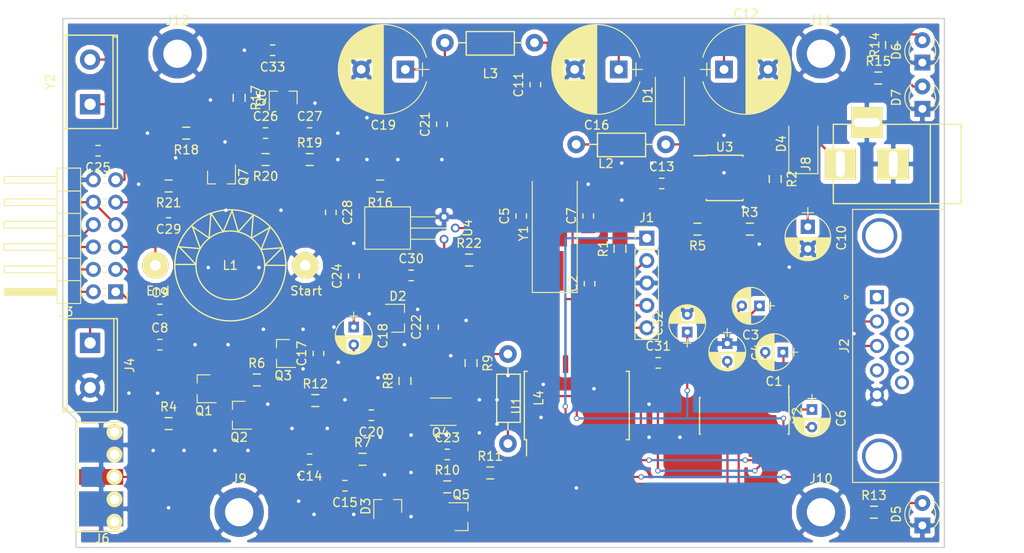
<source format=kicad_pcb>
(kicad_pcb (version 4) (host pcbnew 4.0.7-e2-6376~58~ubuntu14.04.1)
  (layers (0 F.Cu signal) (31 B.Cu signal) (34 B.Paste user) (35 F.Paste user) (36 B.SilkS user) (37 F.SilkS user) (38 B.Mask user) (39 F.Mask user) (44 Edge.Cuts user))
  (net 0 "")
  (net 1 GND)
  (net 2 "Net-(C11-Pad2)")
  (net 3 "Net-(C13-Pad2)")
  (net 4 +5VA)
  (net 5 "Net-(C17-Pad1)")
  (net 6 "Net-(D1-Pad1)")
  (net 7 "Net-(C22-Pad2)")
  (net 8 "Net-(C15-Pad1)")
  (net 9 "Net-(D4-Pad2)")
  (net 10 "Net-(Q1-Pad2)")
  (net 11 "Net-(Q1-Pad3)")
  (net 12 "Net-(Q3-Pad3)")
  (net 13 "Net-(C22-Pad1)")
  (net 14 "Net-(C20-Pad1)")
  (net 15 "Net-(C23-Pad1)")
  (net 16 "Net-(R2-Pad1)")
  (net 17 "Net-(R3-Pad1)")
  (net 18 "Net-(C1-Pad1)")
  (net 19 "Net-(C1-Pad2)")
  (net 20 +5V)
  (net 21 "Net-(C3-Pad1)")
  (net 22 "Net-(C3-Pad2)")
  (net 23 "Net-(C4-Pad2)")
  (net 24 "Net-(C5-Pad1)")
  (net 25 "Net-(C6-Pad1)")
  (net 26 "Net-(C7-Pad1)")
  (net 27 "Net-(J2-Pad2)")
  (net 28 "Net-(J2-Pad3)")
  (net 29 F)
  (net 30 /MCU/VPP/~MCLR)
  (net 31 "Net-(U1-Pad7)")
  (net 32 "Net-(U1-Pad8)")
  (net 33 /MCU/ICSPCLK)
  (net 34 /MCU/ICSPDAT)
  (net 35 "Net-(C14-Pad1)")
  (net 36 "Net-(C8-Pad1)")
  (net 37 "Net-(C9-Pad1)")
  (net 38 "Net-(D5-Pad2)")
  (net 39 "Net-(D6-Pad2)")
  (net 40 "Net-(D7-Pad2)")
  (net 41 "Net-(R13-Pad1)")
  (net 42 "Net-(R14-Pad1)")
  (net 43 "Net-(R15-Pad1)")
  (net 44 +12V)
  (net 45 FREQ)
  (net 46 "Net-(C26-Pad2)")
  (net 47 "Net-(C26-Pad1)")
  (net 48 "Net-(C28-Pad1)")
  (net 49 "Net-(C29-Pad1)")
  (net 50 "Net-(Q7-Pad1)")
  (net 51 G3UUR_F1F2)
  (net 52 G3UUR)
  (net 53 "Net-(J3-Pad2)")
  (net 54 "Net-(J3-Pad5)")
  (net 55 "Net-(R22-Pad2)")
  (module LEDs:LED_D3.0mm (layer F.Cu) (at 159.5 34.25 90)
    (fp_text reference D7 (at 1.27 -2.96 90) (layer F.SilkS))
    (fp_text value LED)
    (pad 1 thru_hole rect (at 0 0 90) (size 1.8 1.8) (drill 0.9) (layers *.Cu *.Mask) (net 1 GND))
    (pad 2 thru_hole circle (at 2.54 0 90) (size 1.8 1.8) (drill 0.9) (layers *.Cu *.Mask) (net 40 "Net-(D7-Pad2)"))
  )
  (module PIC:TerminalBlock_DG306-5.0_2pol (layer F.Cu) (at 65.09 59.53 270)
    (fp_text reference J4 (at 3.81 -4.50088 270) (layer F.SilkS))
    (fp_text value L/C)
    (pad 1 thru_hole rect (at 1.27 0 90) (size 2.3 2.3) (drill 1.29728) (layers *.Cu *.Mask) (net 53 "Net-(J3-Pad2)"))
    (pad 2 thru_hole circle (at 6.34 0 90) (size 2.3 2.3) (drill 1.29728) (layers *.Cu *.Mask) (net 1 GND))
  )
  (module Capacitors_THT:CP_Radial_D5.0mm_P2.50mm (layer F.Cu) (at 146.51 47.63 270)
    (fp_text reference C10 (at 1.25 -3.81 270) (layer F.SilkS))
    (fp_text value 100uF)
    (pad 1 thru_hole rect (at 0 0 270) (size 1.6 1.6) (drill 0.8) (layers *.Cu *.Mask) (net 44 +12V))
    (pad 2 thru_hole circle (at 2.5 0 270) (size 1.6 1.6) (drill 0.8) (layers *.Cu *.Mask) (net 1 GND))
  )
  (module PIC:C_1206_0603 (layer F.Cu) (at 115.6 31.5 90)
    (fp_text reference C11 (at 0 -1.9 90) (layer F.SilkS))
    (fp_text value 100nF)
    (pad 2 smd rect (at 1.15 0 90) (size 1.6 1.6) (layers F.Cu F.Paste F.Mask) (net 2 "Net-(C11-Pad2)"))
    (pad 1 smd rect (at -1.15 0 90) (size 1.6 1.6) (layers F.Cu F.Paste F.Mask) (net 1 GND))
  )
  (module Capacitors_THT:CP_Radial_D10.0mm_P5.00mm (layer F.Cu) (at 137 29.78)
    (fp_text reference C12 (at 2.5 -6.31) (layer F.SilkS))
    (fp_text value 1000uF)
    (pad 1 thru_hole rect (at 0 0) (size 2 2) (drill 1) (layers *.Cu *.Mask) (net 2 "Net-(C11-Pad2)"))
    (pad 2 thru_hole circle (at 5 0) (size 2 2) (drill 1) (layers *.Cu *.Mask) (net 1 GND))
  )
  (module PIC:C_1206_0603 (layer F.Cu) (at 129.94 42.71)
    (fp_text reference C13 (at 0 -1.9) (layer F.SilkS))
    (fp_text value 180pF)
    (pad 2 smd rect (at 1.15 0) (size 1.6 1.6) (layers F.Cu F.Paste F.Mask) (net 3 "Net-(C13-Pad2)"))
    (pad 1 smd rect (at -1.15 0) (size 1.6 1.6) (layers F.Cu F.Paste F.Mask) (net 1 GND))
  )
  (module Capacitors_THT:CP_Radial_D10.0mm_P5.00mm (layer F.Cu) (at 125.06 29.78 180)
    (fp_text reference C16 (at 2.5 -6.31 180) (layer F.SilkS))
    (fp_text value 1000uF)
    (pad 1 thru_hole rect (at 0 0 180) (size 2 2) (drill 1) (layers *.Cu *.Mask) (net 2 "Net-(C11-Pad2)"))
    (pad 2 thru_hole circle (at 5 0 180) (size 2 2) (drill 1) (layers *.Cu *.Mask) (net 1 GND))
  )
  (module Capacitors_THT:CP_Radial_D4.0mm_P2.00mm (layer F.Cu) (at 95 59 270)
    (fp_text reference C18 (at 1 -3.31 270) (layer F.SilkS))
    (fp_text value 10uF)
    (pad 1 thru_hole rect (at 0 0 270) (size 1.2 1.2) (drill 0.6) (layers *.Cu *.Mask) (net 4 +5VA))
    (pad 2 thru_hole circle (at 2 0 270) (size 1.2 1.2) (drill 0.6) (layers *.Cu *.Mask) (net 5 "Net-(C17-Pad1)"))
  )
  (module Capacitors_THT:CP_Radial_D10.0mm_P5.00mm (layer F.Cu) (at 100.85 29.78 180)
    (fp_text reference C19 (at 2.5 -6.31 180) (layer F.SilkS))
    (fp_text value 1000uF)
    (pad 1 thru_hole rect (at 0 0 180) (size 2 2) (drill 1) (layers *.Cu *.Mask) (net 4 +5VA))
    (pad 2 thru_hole circle (at 5 0 180) (size 2 2) (drill 1) (layers *.Cu *.Mask) (net 1 GND))
  )
  (module PIC:C_1206_0603 (layer F.Cu) (at 105 36 90)
    (fp_text reference C21 (at 0 -1.9 90) (layer F.SilkS))
    (fp_text value 100nF)
    (pad 2 smd rect (at 1.15 0 90) (size 1.6 1.6) (layers F.Cu F.Paste F.Mask) (net 4 +5VA))
    (pad 1 smd rect (at -1.15 0 90) (size 1.6 1.6) (layers F.Cu F.Paste F.Mask) (net 1 GND))
  )
  (module Diodes_SMD:D_SMA (layer F.Cu) (at 130.87 32.67 90)
    (fp_text reference D1 (at 0 -2.5 90) (layer F.SilkS))
    (fp_text value SS14)
    (pad 1 smd rect (at -2 0 90) (size 2.5 1.8) (layers F.Cu F.Paste F.Mask) (net 6 "Net-(D1-Pad1)"))
    (pad 2 smd rect (at 2 0 90) (size 2.5 1.8) (layers F.Cu F.Paste F.Mask) (net 1 GND))
  )
  (module TO_SOT_Packages_SMD:SOT-23 (layer F.Cu) (at 100 58)
    (fp_text reference D2 (at 0 -2.5) (layer F.SilkS))
    (fp_text value BAV99)
    (pad 1 smd rect (at -1 -0.95) (size 0.9 0.8) (layers F.Cu F.Paste F.Mask) (net 4 +5VA))
    (pad 2 smd rect (at -1 0.95) (size 0.9 0.8) (layers F.Cu F.Paste F.Mask) (net 5 "Net-(C17-Pad1)"))
    (pad 3 smd rect (at 1 0) (size 0.9 0.8) (layers F.Cu F.Paste F.Mask) (net 7 "Net-(C22-Pad2)"))
  )
  (module TO_SOT_Packages_SMD:SOT-23 (layer F.Cu) (at 98.86 79.33 90)
    (fp_text reference D3 (at 0 -2.5 90) (layer F.SilkS))
    (fp_text value BAV99)
    (pad 1 smd rect (at -1 -0.95 90) (size 0.9 0.8) (layers F.Cu F.Paste F.Mask) (net 1 GND))
    (pad 2 smd rect (at -1 0.95 90) (size 0.9 0.8) (layers F.Cu F.Paste F.Mask) (net 1 GND))
    (pad 3 smd rect (at 1 0 90) (size 0.9 0.8) (layers F.Cu F.Paste F.Mask) (net 8 "Net-(C15-Pad1)"))
  )
  (module Diodes_SMD:D_SMA (layer F.Cu) (at 146 38.2 90)
    (fp_text reference D4 (at 0 -2.5 90) (layer F.SilkS))
    (fp_text value SS14)
    (pad 1 smd rect (at -2 0 90) (size 2.5 1.8) (layers F.Cu F.Paste F.Mask) (net 44 +12V))
    (pad 2 smd rect (at 2 0 90) (size 2.5 1.8) (layers F.Cu F.Paste F.Mask) (net 9 "Net-(D4-Pad2)"))
  )
  (module PIC:RFCONNECTOR (layer F.Cu) (at 69 76)
    (fp_text reference J6 (at -2.54 6.985) (layer F.SilkS))
    (fp_text value Conn_Coaxial)
    (pad 2 thru_hole circle (at -1.143 5.08) (size 1.8 1.8) (drill 1.1) (layers *.Cu *.Mask F.SilkS) (net 1 GND))
    (pad 2 thru_hole circle (at -1.143 -5.08) (size 1.8 1.8) (drill 1.1) (layers *.Cu *.Mask F.SilkS) (net 1 GND))
    (pad 1 smd rect (at -2.65 0) (size 5 1.8) (layers F.Cu F.Paste F.Mask) (net 45 FREQ))
    (pad 2 smd rect (at -2.65 -3.62) (size 5 3.96) (layers F.Cu F.Paste F.Mask) (net 1 GND))
    (pad 2 smd rect (at -2.65 3.62) (size 5 3.96) (layers F.Cu F.Paste F.Mask) (net 1 GND))
    (pad 2 smd rect (at -2.65 -3.62) (size 5 3.96) (layers B.Cu B.Paste B.Mask) (net 1 GND))
    (pad 2 smd rect (at -2.65 3.62) (size 5 3.96) (layers B.Cu B.Paste B.Mask) (net 1 GND))
    (pad 2 thru_hole circle (at -1.143 2.54) (size 1.8 1.8) (drill 1.1) (layers *.Cu *.Mask F.SilkS) (net 1 GND))
    (pad 2 thru_hole circle (at -1.143 -2.54) (size 1.8 1.8) (drill 1.1) (layers *.Cu *.Mask F.SilkS) (net 1 GND))
    (pad 1 thru_hole circle (at -1.143 0) (size 1.8 1.8) (drill 1.1) (layers *.Cu *.Mask F.SilkS) (net 45 FREQ))
  )
  (module PIC:BARREL_JACK (layer F.Cu) (at 156.4 40.5 180)
    (fp_text reference J8 (at 10.09904 0 270) (layer F.SilkS))
    (fp_text value Jack-DC)
    (pad 1 thru_hole rect (at 6.20014 0 180) (size 3.50012 3.50012) (drill oval 1.00076 2.99974) (layers *.Cu *.Mask F.SilkS) (net 9 "Net-(D4-Pad2)"))
    (pad 2 thru_hole rect (at 0.20066 0 180) (size 3.50012 3.50012) (drill oval 1.00076 2.99974) (layers *.Cu *.Mask F.SilkS) (net 1 GND))
    (pad 3 thru_hole rect (at 3.2004 4.699 180) (size 3.50012 3.50012) (drill oval 2.99974 1.00076) (layers *.Cu *.Mask F.SilkS) (net 1 GND))
  )
  (module PIC:Choke_Toroid_horizontal_Diameter12-5mm_Amidon-T44 (layer F.Cu) (at 81 52 180)
    (fp_text reference L1 (at 0 0 180) (layer F.SilkS))
    (fp_text value 10uH)
    (fp_text user End (at 8.19912 -2.90068 180) (layer F.SilkS))
    (fp_text user Start (at -8.60044 -2.90068 180) (layer F.SilkS))
    (pad 1 thru_hole circle (at -8.49884 0 180) (size 2.99974 2.99974) (drill 1.19888) (layers *.Cu *.Mask F.SilkS) (net 1 GND))
    (pad 2 thru_hole circle (at 8.49884 0 180) (size 2.99974 2.99974) (drill 1.19888) (layers *.Cu *.Mask F.SilkS) (net 54 "Net-(J3-Pad5)"))
  )
  (module Choke_Axial_ThroughHole:Choke_Horizontal_RM10mm (layer F.Cu) (at 125.39 38.28 180)
    (fp_text reference L2 (at 1.79 -2.17 180) (layer F.SilkS))
    (fp_text value 100uH)
    (pad 1 thru_hole circle (at -5.00126 0 180) (size 1.99898 1.99898) (drill 1.00076) (layers *.Cu *.Mask) (net 6 "Net-(D1-Pad1)"))
    (pad 2 thru_hole circle (at 5.15874 0 180) (size 1.99898 1.99898) (drill 1.00076) (layers *.Cu *.Mask) (net 2 "Net-(C11-Pad2)"))
  )
  (module Choke_Axial_ThroughHole:Choke_Horizontal_RM10mm (layer F.Cu) (at 110.5 26.75 180)
    (fp_text reference L3 (at 0 -3.50012 180) (layer F.SilkS))
    (fp_text value 280uH)
    (pad 1 thru_hole circle (at -5.00126 0 180) (size 1.99898 1.99898) (drill 1.00076) (layers *.Cu *.Mask) (net 2 "Net-(C11-Pad2)"))
    (pad 2 thru_hole circle (at 5.15874 0 180) (size 1.99898 1.99898) (drill 1.00076) (layers *.Cu *.Mask) (net 4 +5VA))
  )
  (module TO_SOT_Packages_SMD:SOT-23 (layer F.Cu) (at 78 66 180)
    (fp_text reference Q1 (at 0 -2.5 180) (layer F.SilkS))
    (fp_text value BFT93)
    (pad 1 smd rect (at -1 -0.95 180) (size 0.9 0.8) (layers F.Cu F.Paste F.Mask) (net 53 "Net-(J3-Pad2)"))
    (pad 2 smd rect (at -1 0.95 180) (size 0.9 0.8) (layers F.Cu F.Paste F.Mask) (net 10 "Net-(Q1-Pad2)"))
    (pad 3 smd rect (at 1 0 180) (size 0.9 0.8) (layers F.Cu F.Paste F.Mask) (net 11 "Net-(Q1-Pad3)"))
  )
  (module TO_SOT_Packages_SMD:SOT-23 (layer F.Cu) (at 82 69 180)
    (fp_text reference Q2 (at 0 -2.5 180) (layer F.SilkS))
    (fp_text value BFT93)
    (pad 1 smd rect (at -1 -0.95 180) (size 0.9 0.8) (layers F.Cu F.Paste F.Mask) (net 11 "Net-(Q1-Pad3)"))
    (pad 2 smd rect (at -1 0.95 180) (size 0.9 0.8) (layers F.Cu F.Paste F.Mask) (net 10 "Net-(Q1-Pad2)"))
    (pad 3 smd rect (at 1 0 180) (size 0.9 0.8) (layers F.Cu F.Paste F.Mask) (net 53 "Net-(J3-Pad2)"))
  )
  (module TO_SOT_Packages_SMD:SOT-23 (layer F.Cu) (at 87 62 180)
    (fp_text reference Q3 (at 0 -2.5 180) (layer F.SilkS))
    (fp_text value BC857)
    (pad 1 smd rect (at -1 -0.95 180) (size 0.9 0.8) (layers F.Cu F.Paste F.Mask) (net 5 "Net-(C17-Pad1)"))
    (pad 2 smd rect (at -1 0.95 180) (size 0.9 0.8) (layers F.Cu F.Paste F.Mask) (net 4 +5VA))
    (pad 3 smd rect (at 1 0 180) (size 0.9 0.8) (layers F.Cu F.Paste F.Mask) (net 12 "Net-(Q3-Pad3)"))
  )
  (module TO_SOT_Packages_SMD:SOT-143 (layer F.Cu) (at 104.88 68.6 180)
    (fp_text reference Q4 (at 0.02 -2.38 180) (layer F.SilkS))
    (fp_text value BF998)
    (pad 1 smd rect (at -1.1 -0.77 90) (size 1.2 1.4) (layers F.Cu F.Paste F.Mask) (net 1 GND))
    (pad 2 smd rect (at -1.1 0.95 90) (size 1 1.4) (layers F.Cu F.Paste F.Mask) (net 13 "Net-(C22-Pad1)"))
    (pad 3 smd rect (at 1.1 0.95 90) (size 1 1.4) (layers F.Cu F.Paste F.Mask) (net 14 "Net-(C20-Pad1)"))
    (pad 4 smd rect (at 1.1 -0.95 90) (size 1 1.4) (layers F.Cu F.Paste F.Mask) (net 8 "Net-(C15-Pad1)"))
  )
  (module TO_SOT_Packages_SMD:SOT-23 (layer F.Cu) (at 107.19 80.51)
    (fp_text reference Q5 (at 0 -2.5) (layer F.SilkS))
    (fp_text value "SS9018(J8)")
    (pad 1 smd rect (at -1 -0.95) (size 0.9 0.8) (layers F.Cu F.Paste F.Mask) (net 15 "Net-(C23-Pad1)"))
    (pad 2 smd rect (at -1 0.95) (size 0.9 0.8) (layers F.Cu F.Paste F.Mask) (net 1 GND))
    (pad 3 smd rect (at 1 0) (size 0.9 0.8) (layers F.Cu F.Paste F.Mask) (net 29 F))
  )
  (module PIC:R_1206_0603 (layer F.Cu) (at 142.81 42.21 270)
    (fp_text reference R2 (at 0 -1.9 270) (layer F.SilkS))
    (fp_text value 10)
    (pad 1 smd rect (at -1.2 0) (size 1.7 1.4) (layers F.Cu F.Paste F.Mask) (net 16 "Net-(R2-Pad1)"))
    (pad 2 smd rect (at 1.2 0 270) (size 1.4 1.7) (layers F.Cu F.Paste F.Mask) (net 44 +12V))
  )
  (module PIC:R_1206_0603 (layer F.Cu) (at 139.93 47.89)
    (fp_text reference R3 (at 0 -1.9) (layer F.SilkS))
    (fp_text value 1k)
    (pad 1 smd rect (at -1.2 0 90) (size 1.7 1.4) (layers F.Cu F.Paste F.Mask) (net 17 "Net-(R3-Pad1)"))
    (pad 2 smd rect (at 1.2 0) (size 1.4 1.7) (layers F.Cu F.Paste F.Mask) (net 1 GND))
  )
  (module PIC:R_1206_0603 (layer F.Cu) (at 134 47.89 180)
    (fp_text reference R5 (at 0 -1.9 180) (layer F.SilkS))
    (fp_text value 3k)
    (pad 1 smd rect (at -1.2 0 270) (size 1.7 1.4) (layers F.Cu F.Paste F.Mask) (net 17 "Net-(R3-Pad1)"))
    (pad 2 smd rect (at 1.2 0 180) (size 1.4 1.7) (layers F.Cu F.Paste F.Mask) (net 2 "Net-(C11-Pad2)"))
  )
  (module Capacitors_THT:CP_Radial_D4.0mm_P2.00mm (layer F.Cu) (at 143.675 61.85 180)
    (fp_text reference C1 (at 1 -3.31 180) (layer F.SilkS))
    (fp_text value 1uF)
    (pad 1 thru_hole rect (at 0 0 180) (size 1.2 1.2) (drill 0.6) (layers *.Cu *.Mask) (net 18 "Net-(C1-Pad1)"))
    (pad 2 thru_hole circle (at 2 0 180) (size 1.2 1.2) (drill 0.6) (layers *.Cu *.Mask) (net 19 "Net-(C1-Pad2)"))
  )
  (module PIC:C_1206_0603 (layer F.Cu) (at 121.75 54.075 90)
    (fp_text reference C2 (at 0 -1.9 90) (layer F.SilkS))
    (fp_text value 100nF)
    (pad 2 smd rect (at 1.15 0 90) (size 1.6 1.6) (layers F.Cu F.Paste F.Mask) (net 1 GND))
    (pad 1 smd rect (at -1.15 0 90) (size 1.6 1.6) (layers F.Cu F.Paste F.Mask) (net 20 +5V))
  )
  (module Capacitors_THT:CP_Radial_D4.0mm_P2.00mm (layer F.Cu) (at 141.02 56.59 180)
    (fp_text reference C3 (at 1 -3.31 180) (layer F.SilkS))
    (fp_text value 1uF)
    (pad 1 thru_hole rect (at 0 0 180) (size 1.2 1.2) (drill 0.6) (layers *.Cu *.Mask) (net 21 "Net-(C3-Pad1)"))
    (pad 2 thru_hole circle (at 2 0 180) (size 1.2 1.2) (drill 0.6) (layers *.Cu *.Mask) (net 22 "Net-(C3-Pad2)"))
  )
  (module Capacitors_THT:CP_Radial_D4.0mm_P2.00mm (layer F.Cu) (at 137.37 60.87 270)
    (fp_text reference C4 (at 1 -3.31 270) (layer F.SilkS))
    (fp_text value 1uF)
    (pad 1 thru_hole rect (at 0 0 270) (size 1.2 1.2) (drill 0.6) (layers *.Cu *.Mask) (net 1 GND))
    (pad 2 thru_hole circle (at 2 0 270) (size 1.2 1.2) (drill 0.6) (layers *.Cu *.Mask) (net 23 "Net-(C4-Pad2)"))
  )
  (module PIC:C_1206_0603 (layer F.Cu) (at 114 46.4 90)
    (fp_text reference C5 (at 0 -1.9 90) (layer F.SilkS))
    (fp_text value 22pF)
    (pad 2 smd rect (at 1.15 0 90) (size 1.6 1.6) (layers F.Cu F.Paste F.Mask) (net 1 GND))
    (pad 1 smd rect (at -1.15 0 90) (size 1.6 1.6) (layers F.Cu F.Paste F.Mask) (net 24 "Net-(C5-Pad1)"))
  )
  (module Capacitors_THT:CP_Radial_D4.0mm_P2.00mm (layer F.Cu) (at 146.975 68.35 270)
    (fp_text reference C6 (at 1 -3.31 270) (layer F.SilkS))
    (fp_text value 1uF)
    (pad 1 thru_hole rect (at 0 0 270) (size 1.2 1.2) (drill 0.6) (layers *.Cu *.Mask) (net 25 "Net-(C6-Pad1)"))
    (pad 2 thru_hole circle (at 2 0 270) (size 1.2 1.2) (drill 0.6) (layers *.Cu *.Mask) (net 20 +5V))
  )
  (module PIC:C_1206_0603 (layer F.Cu) (at 121.6 46.4 90)
    (fp_text reference C7 (at 0 -1.9 90) (layer F.SilkS))
    (fp_text value 22pF)
    (pad 2 smd rect (at 1.15 0 90) (size 1.6 1.6) (layers F.Cu F.Paste F.Mask) (net 1 GND))
    (pad 1 smd rect (at -1.15 0 90) (size 1.6 1.6) (layers F.Cu F.Paste F.Mask) (net 26 "Net-(C7-Pad1)"))
  )
  (module Connectors_DSub:DSUB-9_Female_Horizontal_Pitch2.77x2.84mm_EdgePinOffset4.94mm_Housed_MountingHolesOffset7.48mm (layer F.Cu) (at 154.35 55.6 90)
    (fp_text reference J2 (at -5.54 -3.7 90) (layer F.SilkS))
    (fp_text value DB9_Female)
    (pad 1 thru_hole rect (at 0 0 90) (size 1.6 1.6) (drill 1) (layers *.Cu *.Mask))
    (pad 2 thru_hole circle (at -2.77 0 90) (size 1.6 1.6) (drill 1) (layers *.Cu *.Mask) (net 27 "Net-(J2-Pad2)"))
    (pad 3 thru_hole circle (at -5.54 0 90) (size 1.6 1.6) (drill 1) (layers *.Cu *.Mask) (net 28 "Net-(J2-Pad3)"))
    (pad 4 thru_hole circle (at -8.31 0 90) (size 1.6 1.6) (drill 1) (layers *.Cu *.Mask))
    (pad 5 thru_hole circle (at -11.08 0 90) (size 1.6 1.6) (drill 1) (layers *.Cu *.Mask) (net 1 GND))
    (pad 6 thru_hole circle (at -1.385 2.84 90) (size 1.6 1.6) (drill 1) (layers *.Cu *.Mask))
    (pad 7 thru_hole circle (at -4.155 2.84 90) (size 1.6 1.6) (drill 1) (layers *.Cu *.Mask))
    (pad 8 thru_hole circle (at -6.925 2.84 90) (size 1.6 1.6) (drill 1) (layers *.Cu *.Mask))
    (pad 9 thru_hole circle (at -9.695 2.84 90) (size 1.6 1.6) (drill 1) (layers *.Cu *.Mask))
    (pad 0 thru_hole circle (at -18.04 0.3 90) (size 4 4) (drill 3.2) (layers *.Cu *.Mask))
    (pad 0 thru_hole circle (at 6.96 0.3 90) (size 4 4) (drill 3.2) (layers *.Cu *.Mask))
  )
  (module PIC:R_1206_0603 (layer F.Cu) (at 125.2 50.12 90)
    (fp_text reference R1 (at 0 -1.9 90) (layer F.SilkS))
    (fp_text value 10k)
    (pad 1 smd rect (at -1.2 0 180) (size 1.7 1.4) (layers F.Cu F.Paste F.Mask) (net 20 +5V))
    (pad 2 smd rect (at 1.2 0 90) (size 1.4 1.7) (layers F.Cu F.Paste F.Mask) (net 30 /MCU/VPP/~MCLR))
  )
  (module Housings_SOIC:SOIC-18W_7.5x11.6mm_Pitch1.27mm (layer F.Cu) (at 120.3 67.9 90)
    (fp_text reference U1 (at 0 -6.875 90) (layer F.SilkS))
    (fp_text value "PIC16(L)F628A-I/SO")
    (pad 1 smd rect (at -4.7 -5.08 90) (size 2 0.6) (layers F.Cu F.Paste F.Mask))
    (pad 2 smd rect (at -4.7 -3.81 90) (size 2 0.6) (layers F.Cu F.Paste F.Mask))
    (pad 3 smd rect (at -4.7 -2.54 90) (size 2 0.6) (layers F.Cu F.Paste F.Mask) (net 29 F))
    (pad 4 smd rect (at -4.7 -1.27 90) (size 2 0.6) (layers F.Cu F.Paste F.Mask) (net 30 /MCU/VPP/~MCLR))
    (pad 5 smd rect (at -4.7 0 90) (size 2 0.6) (layers F.Cu F.Paste F.Mask) (net 1 GND))
    (pad 6 smd rect (at -4.7 1.27 90) (size 2 0.6) (layers F.Cu F.Paste F.Mask))
    (pad 7 smd rect (at -4.7 2.54 90) (size 2 0.6) (layers F.Cu F.Paste F.Mask) (net 31 "Net-(U1-Pad7)"))
    (pad 8 smd rect (at -4.7 3.81 90) (size 2 0.6) (layers F.Cu F.Paste F.Mask) (net 32 "Net-(U1-Pad8)"))
    (pad 9 smd rect (at -4.7 5.08 90) (size 2 0.6) (layers F.Cu F.Paste F.Mask) (net 41 "Net-(R13-Pad1)"))
    (pad 10 smd rect (at 4.7 5.08 90) (size 2 0.6) (layers F.Cu F.Paste F.Mask) (net 42 "Net-(R14-Pad1)"))
    (pad 11 smd rect (at 4.7 3.81 90) (size 2 0.6) (layers F.Cu F.Paste F.Mask) (net 43 "Net-(R15-Pad1)"))
    (pad 12 smd rect (at 4.7 2.54 90) (size 2 0.6) (layers F.Cu F.Paste F.Mask) (net 33 /MCU/ICSPCLK))
    (pad 13 smd rect (at 4.7 1.27 90) (size 2 0.6) (layers F.Cu F.Paste F.Mask) (net 34 /MCU/ICSPDAT))
    (pad 14 smd rect (at 4.7 0 90) (size 2 0.6) (layers F.Cu F.Paste F.Mask) (net 20 +5V))
    (pad 15 smd rect (at 4.7 -1.27 90) (size 2 0.6) (layers F.Cu F.Paste F.Mask) (net 26 "Net-(C7-Pad1)"))
    (pad 16 smd rect (at 4.7 -2.54 90) (size 2 0.6) (layers F.Cu F.Paste F.Mask) (net 24 "Net-(C5-Pad1)"))
    (pad 17 smd rect (at 4.7 -3.81 90) (size 2 0.6) (layers F.Cu F.Paste F.Mask))
    (pad 18 smd rect (at 4.7 -5.08 90) (size 2 0.6) (layers F.Cu F.Paste F.Mask) (net 55 "Net-(R22-Pad2)"))
  )
  (module Housings_SOIC:SOIC-16_3.9x9.9mm_Pitch1.27mm (layer F.Cu) (at 139.3 69.075 270)
    (fp_text reference U2 (at 0 -6 270) (layer F.SilkS))
    (fp_text value MAX232)
    (pad 1 smd rect (at -2.7 -4.445 270) (size 1.5 0.6) (layers F.Cu F.Paste F.Mask) (net 18 "Net-(C1-Pad1)"))
    (pad 2 smd rect (at -2.7 -3.175 270) (size 1.5 0.6) (layers F.Cu F.Paste F.Mask) (net 25 "Net-(C6-Pad1)"))
    (pad 3 smd rect (at -2.7 -1.905 270) (size 1.5 0.6) (layers F.Cu F.Paste F.Mask) (net 19 "Net-(C1-Pad2)"))
    (pad 4 smd rect (at -2.7 -0.635 270) (size 1.5 0.6) (layers F.Cu F.Paste F.Mask) (net 21 "Net-(C3-Pad1)"))
    (pad 5 smd rect (at -2.7 0.635 270) (size 1.5 0.6) (layers F.Cu F.Paste F.Mask) (net 22 "Net-(C3-Pad2)"))
    (pad 6 smd rect (at -2.7 1.905 270) (size 1.5 0.6) (layers F.Cu F.Paste F.Mask) (net 23 "Net-(C4-Pad2)"))
    (pad 7 smd rect (at -2.7 3.175 270) (size 1.5 0.6) (layers F.Cu F.Paste F.Mask))
    (pad 8 smd rect (at -2.7 4.445 270) (size 1.5 0.6) (layers F.Cu F.Paste F.Mask) (net 1 GND))
    (pad 9 smd rect (at 2.7 4.445 270) (size 1.5 0.6) (layers F.Cu F.Paste F.Mask))
    (pad 10 smd rect (at 2.7 3.175 270) (size 1.5 0.6) (layers F.Cu F.Paste F.Mask) (net 1 GND))
    (pad 11 smd rect (at 2.7 1.905 270) (size 1.5 0.6) (layers F.Cu F.Paste F.Mask) (net 32 "Net-(U1-Pad8)"))
    (pad 12 smd rect (at 2.7 0.635 270) (size 1.5 0.6) (layers F.Cu F.Paste F.Mask) (net 31 "Net-(U1-Pad7)"))
    (pad 13 smd rect (at 2.7 -0.635 270) (size 1.5 0.6) (layers F.Cu F.Paste F.Mask) (net 28 "Net-(J2-Pad3)"))
    (pad 14 smd rect (at 2.7 -1.905 270) (size 1.5 0.6) (layers F.Cu F.Paste F.Mask) (net 27 "Net-(J2-Pad2)"))
    (pad 15 smd rect (at 2.7 -3.175 270) (size 1.5 0.6) (layers F.Cu F.Paste F.Mask) (net 1 GND))
    (pad 16 smd rect (at 2.7 -4.445 270) (size 1.5 0.6) (layers F.Cu F.Paste F.Mask) (net 20 +5V))
  )
  (module Crystals:Crystal_SMD_HC49-SD (layer F.Cu) (at 117.8 48.375 90)
    (fp_text reference Y1 (at 0 -3.55 90) (layer F.SilkS))
    (fp_text value 20Mhz)
    (pad 1 smd rect (at -4.25 0 90) (size 4.5 2) (layers F.Cu F.Paste F.Mask) (net 24 "Net-(C5-Pad1)"))
    (pad 2 smd rect (at 4.25 0 90) (size 4.5 2) (layers F.Cu F.Paste F.Mask) (net 26 "Net-(C7-Pad1)"))
  )
  (module Pin_Headers:Pin_Header_Straight_1x05_Pitch2.54mm (layer F.Cu) (at 128.24 48.92)
    (fp_text reference J1 (at 0 -2.33) (layer F.SilkS))
    (fp_text value ICSP)
    (pad 1 thru_hole rect (at 0 0) (size 1.7 1.7) (drill 1) (layers *.Cu *.Mask) (net 30 /MCU/VPP/~MCLR))
    (pad 2 thru_hole oval (at 0 2.54) (size 1.7 1.7) (drill 1) (layers *.Cu *.Mask) (net 20 +5V))
    (pad 3 thru_hole oval (at 0 5.08) (size 1.7 1.7) (drill 1) (layers *.Cu *.Mask) (net 1 GND))
    (pad 4 thru_hole oval (at 0 7.62) (size 1.7 1.7) (drill 1) (layers *.Cu *.Mask) (net 34 /MCU/ICSPDAT))
    (pad 5 thru_hole oval (at 0 10.16) (size 1.7 1.7) (drill 1) (layers *.Cu *.Mask) (net 33 /MCU/ICSPCLK))
  )
  (module PIC:C_1206_0603 (layer F.Cu) (at 105.61 73.45)
    (fp_text reference C23 (at 0 -1.9) (layer F.SilkS))
    (fp_text value 100nF)
    (pad 2 smd rect (at 1.15 0) (size 1.6 1.6) (layers F.Cu F.Paste F.Mask) (net 13 "Net-(C22-Pad1)"))
    (pad 1 smd rect (at -1.15 0) (size 1.6 1.6) (layers F.Cu F.Paste F.Mask) (net 15 "Net-(C23-Pad1)"))
  )
  (module PIC:C_1206_0603 (layer F.Cu) (at 95.01 53.22 90)
    (fp_text reference C24 (at 0 -1.9 90) (layer F.SilkS))
    (fp_text value 100nF)
    (pad 2 smd rect (at 1.15 0 90) (size 1.6 1.6) (layers F.Cu F.Paste F.Mask) (net 1 GND))
    (pad 1 smd rect (at -1.15 0 90) (size 1.6 1.6) (layers F.Cu F.Paste F.Mask) (net 4 +5VA))
  )
  (module PIC:R_1206_0603 (layer F.Cu) (at 105.61 77.13)
    (fp_text reference R10 (at 0 -1.9) (layer F.SilkS))
    (fp_text value 47k)
    (pad 1 smd rect (at -1.2 0 90) (size 1.7 1.4) (layers F.Cu F.Paste F.Mask) (net 15 "Net-(C23-Pad1)"))
    (pad 2 smd rect (at 1.2 0) (size 1.4 1.7) (layers F.Cu F.Paste F.Mask) (net 29 F))
  )
  (module PIC:R_1206_0603 (layer F.Cu) (at 110.48 75.55)
    (fp_text reference R11 (at 0 -1.9) (layer F.SilkS))
    (fp_text value 470)
    (pad 1 smd rect (at -1.2 0 90) (size 1.7 1.4) (layers F.Cu F.Paste F.Mask) (net 4 +5VA))
    (pad 2 smd rect (at 1.2 0) (size 1.4 1.7) (layers F.Cu F.Paste F.Mask) (net 29 F))
  )
  (module Choke_Axial_ThroughHole:Choke_Horizontal_RM10mm (layer F.Cu) (at 112.49 67.06 270)
    (fp_text reference L4 (at 0 -3.50012 270) (layer F.SilkS))
    (fp_text value 280uH)
    (pad 1 thru_hole circle (at -5.00126 0 270) (size 1.99898 1.99898) (drill 1.00076) (layers *.Cu *.Mask) (net 4 +5VA))
    (pad 2 thru_hole circle (at 5.15874 0 270) (size 1.99898 1.99898) (drill 1.00076) (layers *.Cu *.Mask) (net 20 +5V))
  )
  (module PIC:C_1206_0603 (layer F.Cu) (at 104 59 90)
    (fp_text reference C22 (at 0 -1.9 90) (layer F.SilkS))
    (fp_text value 100nF)
    (pad 2 smd rect (at 1.15 0 90) (size 1.6 1.6) (layers F.Cu F.Paste F.Mask) (net 7 "Net-(C22-Pad2)"))
    (pad 1 smd rect (at -1.15 0 90) (size 1.6 1.6) (layers F.Cu F.Paste F.Mask) (net 13 "Net-(C22-Pad1)"))
  )
  (module PIC:R_1206_0603 (layer F.Cu) (at 108.31 63.09 270)
    (fp_text reference R9 (at 0 -1.9 270) (layer F.SilkS))
    (fp_text value 330)
    (pad 1 smd rect (at -1.2 0) (size 1.7 1.4) (layers F.Cu F.Paste F.Mask) (net 4 +5VA))
    (pad 2 smd rect (at 1.2 0 270) (size 1.4 1.7) (layers F.Cu F.Paste F.Mask) (net 13 "Net-(C22-Pad1)"))
  )
  (module PIC:C_1206_0603 (layer F.Cu) (at 97 69 180)
    (fp_text reference C20 (at 0 -1.9 180) (layer F.SilkS))
    (fp_text value 100nF)
    (pad 2 smd rect (at 1.15 0 180) (size 1.6 1.6) (layers F.Cu F.Paste F.Mask) (net 1 GND))
    (pad 1 smd rect (at -1.15 0 180) (size 1.6 1.6) (layers F.Cu F.Paste F.Mask) (net 14 "Net-(C20-Pad1)"))
  )
  (module PIC:R_1206_0603 (layer F.Cu) (at 100.81 65.11 90)
    (fp_text reference R8 (at 0 -1.9 90) (layer F.SilkS))
    (fp_text value 10k)
    (pad 1 smd rect (at -1.2 0 180) (size 1.7 1.4) (layers F.Cu F.Paste F.Mask) (net 14 "Net-(C20-Pad1)"))
    (pad 2 smd rect (at 1.2 0 90) (size 1.4 1.7) (layers F.Cu F.Paste F.Mask) (net 13 "Net-(C22-Pad1)"))
  )
  (module PIC:R_1206_0603 (layer F.Cu) (at 90.64 67.34)
    (fp_text reference R12 (at 0 -1.9) (layer F.SilkS))
    (fp_text value 47k)
    (pad 1 smd rect (at -1.2 0 90) (size 1.7 1.4) (layers F.Cu F.Paste F.Mask) (net 5 "Net-(C17-Pad1)"))
    (pad 2 smd rect (at 1.2 0) (size 1.4 1.7) (layers F.Cu F.Paste F.Mask) (net 1 GND))
  )
  (module PIC:C_1206_0603 (layer F.Cu) (at 91 62 90)
    (fp_text reference C17 (at 0 -1.9 90) (layer F.SilkS))
    (fp_text value 100nF)
    (pad 2 smd rect (at 1.15 0 90) (size 1.6 1.6) (layers F.Cu F.Paste F.Mask) (net 4 +5VA))
    (pad 1 smd rect (at -1.15 0 90) (size 1.6 1.6) (layers F.Cu F.Paste F.Mask) (net 5 "Net-(C17-Pad1)"))
  )
  (module PIC:R_1206_0603 (layer F.Cu) (at 84 65)
    (fp_text reference R6 (at 0 -1.9) (layer F.SilkS))
    (fp_text value 1k)
    (pad 1 smd rect (at -1.2 0 90) (size 1.7 1.4) (layers F.Cu F.Paste F.Mask) (net 10 "Net-(Q1-Pad2)"))
    (pad 2 smd rect (at 1.2 0) (size 1.4 1.7) (layers F.Cu F.Paste F.Mask) (net 12 "Net-(Q3-Pad3)"))
  )
  (module PIC:C_1206_0603 (layer F.Cu) (at 90 74 180)
    (fp_text reference C14 (at 0 -1.9 180) (layer F.SilkS))
    (fp_text value 100nF)
    (pad 2 smd rect (at 1.15 0 180) (size 1.6 1.6) (layers F.Cu F.Paste F.Mask) (net 45 FREQ))
    (pad 1 smd rect (at -1.15 0 180) (size 1.6 1.6) (layers F.Cu F.Paste F.Mask) (net 35 "Net-(C14-Pad1)"))
  )
  (module PIC:C_1206_0603 (layer F.Cu) (at 94 77 180)
    (fp_text reference C15 (at 0 -1.9 180) (layer F.SilkS))
    (fp_text value 10pF)
    (pad 2 smd rect (at 1.15 0 180) (size 1.6 1.6) (layers F.Cu F.Paste F.Mask) (net 45 FREQ))
    (pad 1 smd rect (at -1.15 0 180) (size 1.6 1.6) (layers F.Cu F.Paste F.Mask) (net 8 "Net-(C15-Pad1)"))
  )
  (module PIC:R_1206_0603 (layer F.Cu) (at 74 69.95)
    (fp_text reference R4 (at 0 -1.9) (layer F.SilkS))
    (fp_text value 10)
    (pad 1 smd rect (at -1.2 0 90) (size 1.7 1.4) (layers F.Cu F.Paste F.Mask) (net 1 GND))
    (pad 2 smd rect (at 1.2 0) (size 1.4 1.7) (layers F.Cu F.Paste F.Mask) (net 11 "Net-(Q1-Pad3)"))
  )
  (module PIC:R_1206_0603 (layer F.Cu) (at 96 74)
    (fp_text reference R7 (at 0 -1.9) (layer F.SilkS))
    (fp_text value 1k)
    (pad 1 smd rect (at -1.2 0 90) (size 1.7 1.4) (layers F.Cu F.Paste F.Mask) (net 35 "Net-(C14-Pad1)"))
    (pad 2 smd rect (at 1.2 0) (size 1.4 1.7) (layers F.Cu F.Paste F.Mask) (net 8 "Net-(C15-Pad1)"))
  )
  (module PIC:C_1206_0603 (layer F.Cu) (at 73 61)
    (fp_text reference C8 (at 0 -1.9) (layer F.SilkS))
    (fp_text value 100pF)
    (pad 2 smd rect (at 1.15 0) (size 1.6 1.6) (layers F.Cu F.Paste F.Mask) (net 1 GND))
    (pad 1 smd rect (at -1.15 0) (size 1.6 1.6) (layers F.Cu F.Paste F.Mask) (net 36 "Net-(C8-Pad1)"))
  )
  (module PIC:C_1206_0603 (layer F.Cu) (at 73 57)
    (fp_text reference C9 (at 0 -1.9) (layer F.SilkS))
    (fp_text value 100pF)
    (pad 2 smd rect (at 1.15 0) (size 1.6 1.6) (layers F.Cu F.Paste F.Mask) (net 1 GND))
    (pad 1 smd rect (at -1.15 0) (size 1.6 1.6) (layers F.Cu F.Paste F.Mask) (net 37 "Net-(C9-Pad1)"))
  )
  (module Housings_SOIC:SOIC-8_3.9x4.9mm_Pitch1.27mm (layer F.Cu) (at 137.07 42.08)
    (fp_text reference U3 (at 0 -3.5) (layer F.SilkS))
    (fp_text value MC34063)
    (pad 1 smd rect (at -2.7 -1.905) (size 1.55 0.6) (layers F.Cu F.Paste F.Mask) (net 16 "Net-(R2-Pad1)"))
    (pad 2 smd rect (at -2.7 -0.635) (size 1.55 0.6) (layers F.Cu F.Paste F.Mask) (net 6 "Net-(D1-Pad1)"))
    (pad 3 smd rect (at -2.7 0.635) (size 1.55 0.6) (layers F.Cu F.Paste F.Mask) (net 3 "Net-(C13-Pad2)"))
    (pad 4 smd rect (at -2.7 1.905) (size 1.55 0.6) (layers F.Cu F.Paste F.Mask) (net 1 GND))
    (pad 5 smd rect (at 2.7 1.905) (size 1.55 0.6) (layers F.Cu F.Paste F.Mask) (net 17 "Net-(R3-Pad1)"))
    (pad 6 smd rect (at 2.7 0.635) (size 1.55 0.6) (layers F.Cu F.Paste F.Mask) (net 44 +12V))
    (pad 7 smd rect (at 2.7 -0.635) (size 1.55 0.6) (layers F.Cu F.Paste F.Mask) (net 16 "Net-(R2-Pad1)"))
    (pad 8 smd rect (at 2.7 -1.905) (size 1.55 0.6) (layers F.Cu F.Paste F.Mask) (net 16 "Net-(R2-Pad1)"))
  )
  (module LEDs:LED_D3.0mm (layer F.Cu) (at 159.5 81.5 90)
    (fp_text reference D5 (at 1.27 -2.96 90) (layer F.SilkS))
    (fp_text value LED)
    (pad 1 thru_hole rect (at 0 0 90) (size 1.8 1.8) (drill 0.9) (layers *.Cu *.Mask) (net 1 GND))
    (pad 2 thru_hole circle (at 2.54 0 90) (size 1.8 1.8) (drill 0.9) (layers *.Cu *.Mask) (net 38 "Net-(D5-Pad2)"))
  )
  (module LEDs:LED_D3.0mm (layer F.Cu) (at 159.5 29 90)
    (fp_text reference D6 (at 1.27 -2.96 90) (layer F.SilkS))
    (fp_text value LED)
    (pad 1 thru_hole rect (at 0 0 90) (size 1.8 1.8) (drill 0.9) (layers *.Cu *.Mask) (net 1 GND))
    (pad 2 thru_hole circle (at 2.54 0 90) (size 1.8 1.8) (drill 0.9) (layers *.Cu *.Mask) (net 39 "Net-(D6-Pad2)"))
  )
  (module PIC:R_1206_0603 (layer F.Cu) (at 154 80)
    (fp_text reference R13 (at 0 -1.9) (layer F.SilkS))
    (fp_text value 1k)
    (pad 1 smd rect (at -1.2 0 90) (size 1.7 1.4) (layers F.Cu F.Paste F.Mask) (net 41 "Net-(R13-Pad1)"))
    (pad 2 smd rect (at 1.2 0) (size 1.4 1.7) (layers F.Cu F.Paste F.Mask) (net 38 "Net-(D5-Pad2)"))
  )
  (module PIC:R_1206_0603 (layer F.Cu) (at 156 27 90)
    (fp_text reference R14 (at 0 -1.9 90) (layer F.SilkS))
    (fp_text value 1k)
    (pad 1 smd rect (at -1.2 0 180) (size 1.7 1.4) (layers F.Cu F.Paste F.Mask) (net 42 "Net-(R14-Pad1)"))
    (pad 2 smd rect (at 1.2 0 90) (size 1.4 1.7) (layers F.Cu F.Paste F.Mask) (net 39 "Net-(D6-Pad2)"))
  )
  (module PIC:R_1206_0603 (layer F.Cu) (at 154.5 30.75)
    (fp_text reference R15 (at 0 -1.9) (layer F.SilkS))
    (fp_text value 1k)
    (pad 1 smd rect (at -1.2 0 90) (size 1.7 1.4) (layers F.Cu F.Paste F.Mask) (net 43 "Net-(R15-Pad1)"))
    (pad 2 smd rect (at 1.2 0) (size 1.4 1.7) (layers F.Cu F.Paste F.Mask) (net 40 "Net-(D7-Pad2)"))
  )
  (module Mounting_Holes:MountingHole_3.2mm_M3_DIN965_Pad (layer F.Cu) (at 82 80)
    (fp_text reference J9 (at 0 -3.8) (layer F.SilkS))
    (fp_text value Conn_01x01)
    (pad 1 thru_hole circle (at 0 0) (size 5.6 5.6) (drill 3.2) (layers *.Cu *.Mask) (net 1 GND))
  )
  (module Mounting_Holes:MountingHole_3.2mm_M3_DIN965_Pad (layer F.Cu) (at 148 80)
    (fp_text reference J10 (at 0 -3.8) (layer F.SilkS))
    (fp_text value Conn_01x01)
    (pad 1 thru_hole circle (at 0 0) (size 5.6 5.6) (drill 3.2) (layers *.Cu *.Mask) (net 1 GND))
  )
  (module Mounting_Holes:MountingHole_3.2mm_M3_DIN965_Pad (layer F.Cu) (at 148 28)
    (fp_text reference J11 (at 0 -3.8) (layer F.SilkS))
    (fp_text value Conn_01x01)
    (pad 1 thru_hole circle (at 0 0) (size 5.6 5.6) (drill 3.2) (layers *.Cu *.Mask) (net 1 GND))
  )
  (module Mounting_Holes:MountingHole_3.2mm_M3_DIN965_Pad (layer F.Cu) (at 75 28)
    (fp_text reference J12 (at 0 -3.8) (layer F.SilkS))
    (fp_text value Conn_01x01)
    (pad 1 thru_hole circle (at 0 0) (size 5.6 5.6) (drill 3.2) (layers *.Cu *.Mask) (net 1 GND))
  )
  (module PIC:C_1206_0603 (layer F.Cu) (at 66 39 180)
    (fp_text reference C25 (at 0 -1.9 180) (layer F.SilkS))
    (fp_text value 33pF*)
    (pad 2 smd rect (at 1.15 0 180) (size 1.6 1.6) (layers F.Cu F.Paste F.Mask) (net 1 GND))
    (pad 1 smd rect (at -1.15 0 180) (size 1.6 1.6) (layers F.Cu F.Paste F.Mask) (net 51 G3UUR_F1F2))
  )
  (module PIC:C_1206_0603 (layer F.Cu) (at 85 37)
    (fp_text reference C26 (at 0 -1.9) (layer F.SilkS))
    (fp_text value C_Small)
    (pad 2 smd rect (at 1.15 0) (size 1.6 1.6) (layers F.Cu F.Paste F.Mask) (net 46 "Net-(C26-Pad2)"))
    (pad 1 smd rect (at -1.15 0) (size 1.6 1.6) (layers F.Cu F.Paste F.Mask) (net 47 "Net-(C26-Pad1)"))
  )
  (module PIC:C_1206_0603 (layer F.Cu) (at 90 37)
    (fp_text reference C27 (at 0 -1.9) (layer F.SilkS))
    (fp_text value C_Small)
    (pad 2 smd rect (at 1.15 0) (size 1.6 1.6) (layers F.Cu F.Paste F.Mask) (net 1 GND))
    (pad 1 smd rect (at -1.15 0) (size 1.6 1.6) (layers F.Cu F.Paste F.Mask) (net 46 "Net-(C26-Pad2)"))
  )
  (module PIC:C_1206_0603 (layer F.Cu) (at 92.4 46 270)
    (fp_text reference C28 (at 0 -1.9 270) (layer F.SilkS))
    (fp_text value 100nF)
    (pad 2 smd rect (at 1.15 0 270) (size 1.6 1.6) (layers F.Cu F.Paste F.Mask) (net 1 GND))
    (pad 1 smd rect (at -1.15 0 270) (size 1.6 1.6) (layers F.Cu F.Paste F.Mask) (net 48 "Net-(C28-Pad1)"))
  )
  (module PIC:C_1206_0603 (layer F.Cu) (at 74 46 180)
    (fp_text reference C29 (at 0 -1.9 180) (layer F.SilkS))
    (fp_text value 100nF)
    (pad 2 smd rect (at 1.15 0 180) (size 1.6 1.6) (layers F.Cu F.Paste F.Mask) (net 52 G3UUR))
    (pad 1 smd rect (at -1.15 0 180) (size 1.6 1.6) (layers F.Cu F.Paste F.Mask) (net 49 "Net-(C29-Pad1)"))
  )
  (module TO_SOT_Packages_SMD:SOT-23 (layer F.Cu) (at 87 33 90)
    (fp_text reference Q6 (at 0 -2.5 90) (layer F.SilkS))
    (fp_text value 2N3904)
    (pad 1 smd rect (at -1 -0.95 90) (size 0.9 0.8) (layers F.Cu F.Paste F.Mask) (net 47 "Net-(C26-Pad1)"))
    (pad 2 smd rect (at -1 0.95 90) (size 0.9 0.8) (layers F.Cu F.Paste F.Mask) (net 46 "Net-(C26-Pad2)"))
    (pad 3 smd rect (at 1 0 90) (size 0.9 0.8) (layers F.Cu F.Paste F.Mask) (net 48 "Net-(C28-Pad1)"))
  )
  (module TO_SOT_Packages_SMD:SOT-23 (layer F.Cu) (at 80 42 270)
    (fp_text reference Q7 (at 0 -2.5 270) (layer F.SilkS))
    (fp_text value 2N3904)
    (pad 1 smd rect (at -1 -0.95 270) (size 0.9 0.8) (layers F.Cu F.Paste F.Mask) (net 50 "Net-(Q7-Pad1)"))
    (pad 2 smd rect (at -1 0.95 270) (size 0.9 0.8) (layers F.Cu F.Paste F.Mask) (net 49 "Net-(C29-Pad1)"))
    (pad 3 smd rect (at 1 0 270) (size 0.9 0.8) (layers F.Cu F.Paste F.Mask) (net 48 "Net-(C28-Pad1)"))
  )
  (module PIC:R_1206_0603 (layer F.Cu) (at 98 43 180)
    (fp_text reference R16 (at 0 -1.9 180) (layer F.SilkS))
    (fp_text value 47)
    (pad 1 smd rect (at -1.2 0 270) (size 1.7 1.4) (layers F.Cu F.Paste F.Mask) (net 44 +12V))
    (pad 2 smd rect (at 1.2 0 180) (size 1.4 1.7) (layers F.Cu F.Paste F.Mask) (net 48 "Net-(C28-Pad1)"))
  )
  (module PIC:R_1206_0603 (layer F.Cu) (at 82 33 270)
    (fp_text reference R17 (at 0 -1.9 270) (layer F.SilkS))
    (fp_text value 100k)
    (pad 1 smd rect (at -1.2 0) (size 1.7 1.4) (layers F.Cu F.Paste F.Mask) (net 48 "Net-(C28-Pad1)"))
    (pad 2 smd rect (at 1.2 0 270) (size 1.4 1.7) (layers F.Cu F.Paste F.Mask) (net 47 "Net-(C26-Pad1)"))
  )
  (module PIC:R_1206_0603 (layer F.Cu) (at 76 37 180)
    (fp_text reference R18 (at 0 -1.9 180) (layer F.SilkS))
    (fp_text value 100k)
    (pad 1 smd rect (at -1.2 0 270) (size 1.7 1.4) (layers F.Cu F.Paste F.Mask) (net 47 "Net-(C26-Pad1)"))
    (pad 2 smd rect (at 1.2 0 180) (size 1.4 1.7) (layers F.Cu F.Paste F.Mask) (net 1 GND))
  )
  (module PIC:R_1206_0603 (layer F.Cu) (at 90 40)
    (fp_text reference R19 (at 0 -1.9) (layer F.SilkS))
    (fp_text value 1k)
    (pad 1 smd rect (at -1.2 0 90) (size 1.7 1.4) (layers F.Cu F.Paste F.Mask) (net 46 "Net-(C26-Pad2)"))
    (pad 2 smd rect (at 1.2 0) (size 1.4 1.7) (layers F.Cu F.Paste F.Mask) (net 1 GND))
  )
  (module PIC:R_1206_0603 (layer F.Cu) (at 85 40 180)
    (fp_text reference R20 (at 0 -1.9 180) (layer F.SilkS))
    (fp_text value 1k)
    (pad 1 smd rect (at -1.2 0 270) (size 1.7 1.4) (layers F.Cu F.Paste F.Mask) (net 46 "Net-(C26-Pad2)"))
    (pad 2 smd rect (at 1.2 0 180) (size 1.4 1.7) (layers F.Cu F.Paste F.Mask) (net 50 "Net-(Q7-Pad1)"))
  )
  (module PIC:R_1206_0603 (layer F.Cu) (at 74 43 180)
    (fp_text reference R21 (at 0 -1.9 180) (layer F.SilkS))
    (fp_text value 1k)
    (pad 1 smd rect (at -1.2 0 270) (size 1.7 1.4) (layers F.Cu F.Paste F.Mask) (net 49 "Net-(C29-Pad1)"))
    (pad 2 smd rect (at 1.2 0 180) (size 1.4 1.7) (layers F.Cu F.Paste F.Mask) (net 1 GND))
  )
  (module PIC:TerminalBlock_DG306-5.0_2pol (layer F.Cu) (at 65.09 35 90)
    (fp_text reference Y2 (at 3.81 -4.50088 90) (layer F.SilkS))
    (fp_text value Crystal)
    (pad 1 thru_hole rect (at 1.27 0 270) (size 2.3 2.3) (drill 1.29728) (layers *.Cu *.Mask) (net 51 G3UUR_F1F2))
    (pad 2 thru_hole circle (at 6.34 0 270) (size 2.3 2.3) (drill 1.29728) (layers *.Cu *.Mask) (net 47 "Net-(C26-Pad1)"))
  )
  (module Pin_Headers:Pin_Header_Angled_2x06_Pitch2.54mm (layer F.Cu) (at 68 55 180)
    (fp_text reference J3 (at 5.655 -2.27 180) (layer F.SilkS))
    (fp_text value FREQ)
    (pad 1 thru_hole rect (at 0 0 180) (size 1.7 1.7) (drill 1) (layers *.Cu *.Mask) (net 36 "Net-(C8-Pad1)"))
    (pad 2 thru_hole oval (at 2.54 0 180) (size 1.7 1.7) (drill 1) (layers *.Cu *.Mask) (net 53 "Net-(J3-Pad2)"))
    (pad 3 thru_hole oval (at 0 2.54 180) (size 1.7 1.7) (drill 1) (layers *.Cu *.Mask) (net 37 "Net-(C9-Pad1)"))
    (pad 4 thru_hole oval (at 2.54 2.54 180) (size 1.7 1.7) (drill 1) (layers *.Cu *.Mask) (net 53 "Net-(J3-Pad2)"))
    (pad 5 thru_hole oval (at 0 5.08 180) (size 1.7 1.7) (drill 1) (layers *.Cu *.Mask) (net 54 "Net-(J3-Pad5)"))
    (pad 6 thru_hole oval (at 2.54 5.08 180) (size 1.7 1.7) (drill 1) (layers *.Cu *.Mask) (net 53 "Net-(J3-Pad2)"))
    (pad 7 thru_hole oval (at 0 7.62 180) (size 1.7 1.7) (drill 1) (layers *.Cu *.Mask) (net 45 FREQ))
    (pad 8 thru_hole oval (at 2.54 7.62 180) (size 1.7 1.7) (drill 1) (layers *.Cu *.Mask) (net 53 "Net-(J3-Pad2)"))
    (pad 9 thru_hole oval (at 0 10.16 180) (size 1.7 1.7) (drill 1) (layers *.Cu *.Mask) (net 52 G3UUR))
    (pad 10 thru_hole oval (at 2.54 10.16 180) (size 1.7 1.7) (drill 1) (layers *.Cu *.Mask) (net 45 FREQ))
    (pad 11 thru_hole oval (at 0 12.7 180) (size 1.7 1.7) (drill 1) (layers *.Cu *.Mask) (net 51 G3UUR_F1F2))
    (pad 12 thru_hole oval (at 2.54 12.7 180) (size 1.7 1.7) (drill 1) (layers *.Cu *.Mask) (net 1 GND))
  )
  (module PIC:C_1206_0603 (layer F.Cu) (at 101.52 53.14)
    (fp_text reference C30 (at 0 -1.9) (layer F.SilkS))
    (fp_text value 100nF)
    (pad 2 smd rect (at 1.15 0) (size 1.6 1.6) (layers F.Cu F.Paste F.Mask) (net 20 +5V))
    (pad 1 smd rect (at -1.15 0) (size 1.6 1.6) (layers F.Cu F.Paste F.Mask) (net 1 GND))
  )
  (module PIC:R_1206_0603 (layer F.Cu) (at 108.08 51.4)
    (fp_text reference R22 (at 0 -1.9) (layer F.SilkS))
    (fp_text value 1k)
    (pad 1 smd rect (at -1.2 0 90) (size 1.7 1.4) (layers F.Cu F.Paste F.Mask) (net 20 +5V))
    (pad 2 smd rect (at 1.2 0) (size 1.4 1.7) (layers F.Cu F.Paste F.Mask) (net 55 "Net-(R22-Pad2)"))
  )
  (module TO_SOT_Packages_THT:TO-92_Horizontal1_Molded_Narrow (layer F.Cu) (at 105.25 46.5 270)
    (fp_text reference U4 (at 1.27 -2.67 270) (layer F.SilkS))
    (fp_text value DS18B20)
    (pad 2 thru_hole circle (at 1.27 -1.27) (size 1 1) (drill 0.6) (layers *.Cu *.Mask) (net 55 "Net-(R22-Pad2)"))
    (pad 3 thru_hole circle (at 2.54 0) (size 1 1) (drill 0.6) (layers *.Cu *.Mask) (net 20 +5V))
    (pad 1 thru_hole rect (at 0 0) (size 1 1) (drill 0.6) (layers *.Cu *.Mask) (net 1 GND))
  )
  (module PIC:C_1206_0603 (layer F.Cu) (at 129.53 63.06)
    (fp_text reference C31 (at 0 -1.9) (layer F.SilkS))
    (fp_text value 100nF)
    (pad 2 smd rect (at 1.15 0) (size 1.6 1.6) (layers F.Cu F.Paste F.Mask) (net 20 +5V))
    (pad 1 smd rect (at -1.15 0) (size 1.6 1.6) (layers F.Cu F.Paste F.Mask) (net 1 GND))
  )
  (module Capacitors_THT:CP_Radial_D4.0mm_P2.00mm (layer F.Cu) (at 132.83 59.57 90)
    (fp_text reference C32 (at 1 -3.31 90) (layer F.SilkS))
    (fp_text value 1uF)
    (pad 1 thru_hole rect (at 0 0 90) (size 1.2 1.2) (drill 0.6) (layers *.Cu *.Mask) (net 20 +5V))
    (pad 2 thru_hole circle (at 2 0 90) (size 1.2 1.2) (drill 0.6) (layers *.Cu *.Mask) (net 1 GND))
  )
  (module PIC:C_1206_0603 (layer F.Cu) (at 85.8 27.6 180)
    (fp_text reference C33 (at 0 -1.9 180) (layer F.SilkS))
    (fp_text value 100nF)
    (pad 2 smd rect (at 1.15 0 180) (size 1.6 1.6) (layers F.Cu F.Paste F.Mask) (net 1 GND))
    (pad 1 smd rect (at -1.15 0 180) (size 1.6 1.6) (layers F.Cu F.Paste F.Mask) (net 48 "Net-(C28-Pad1)"))
  )
  (gr_line (start 162 24) (end 162 84) (angle 90) (layer Edge.Cuts) (width 0.15))
  (gr_line (start 62 24) (end 162 24) (angle 90) (layer Edge.Cuts) (width 0.15))
  (gr_line (start 62 68) (end 62 24) (angle 90) (layer Edge.Cuts) (width 0.15))
  (gr_line (start 63.5 69.5) (end 62 68) (angle 90) (layer Edge.Cuts) (width 0.15))
  (gr_line (start 63.5 84) (end 63.5 69.5) (angle 90) (layer Edge.Cuts) (width 0.15))
  (gr_line (start 162 84) (end 63.5 84) (angle 90) (layer Edge.Cuts) (width 0.15))
  (segment (start 128.5 67.75) (end 128.5 71.5) (width 0.25) (layer F.Cu) (net 1))
  (segment (start 136.125 73.125) (end 136 73.25) (width 0.25) (layer F.Cu) (net 1))
  (segment (start 136 73.25) (end 133.75 73.25) (width 0.25) (layer F.Cu) (net 1))
  (segment (start 133.75 73.25) (end 132 71.5) (width 0.25) (layer F.Cu) (net 1))
  (via (at 132 71.5) (size 0.6) (drill 0.4) (layers F.Cu B.Cu) (net 1))
  (segment (start 132 71.5) (end 128.5 71.5) (width 0.25) (layer B.Cu) (net 1))
  (via (at 128.5 71.5) (size 0.6) (drill 0.4) (layers F.Cu B.Cu) (net 1))
  (segment (start 136.125 73.125) (end 136.125 71.775) (width 0.25) (layer F.Cu) (net 1))
  (via (at 128.5 67.75) (size 0.6) (drill 0.4) (layers F.Cu B.Cu) (net 1))
  (segment (start 137 37.25) (end 137 41.5) (width 0.25) (layer B.Cu) (net 1))
  (segment (start 135.765 43.985) (end 137 42.75) (width 0.25) (layer F.Cu) (net 1))
  (segment (start 137 42.75) (end 137 41.5) (width 0.25) (layer F.Cu) (net 1))
  (via (at 137 41.5) (size 0.6) (drill 0.4) (layers F.Cu B.Cu) (net 1))
  (segment (start 135.765 43.985) (end 134.37 43.985) (width 0.25) (layer F.Cu) (net 1))
  (via (at 137 37.25) (size 0.6) (drill 0.4) (layers F.Cu B.Cu) (net 1))
  (segment (start 80.5 45.75) (end 86.75 45.75) (width 0.25) (layer F.Cu) (net 1))
  (segment (start 88.15 47.15) (end 86.75 45.75) (width 0.25) (layer F.Cu) (net 1))
  (via (at 86.75 45.75) (size 0.6) (drill 0.4) (layers F.Cu B.Cu) (net 1))
  (segment (start 88.15 47.15) (end 92.4 47.15) (width 0.25) (layer F.Cu) (net 1))
  (via (at 80.5 45.75) (size 0.6) (drill 0.4) (layers F.Cu B.Cu) (net 1))
  (segment (start 74.15 57) (end 78 57) (width 0.25) (layer F.Cu) (net 1))
  (via (at 84.25 52.25) (size 0.6) (drill 0.4) (layers F.Cu B.Cu) (net 1))
  (segment (start 78.5 52.25) (end 84.25 52.25) (width 0.25) (layer B.Cu) (net 1))
  (via (at 78.5 52.25) (size 0.6) (drill 0.4) (layers F.Cu B.Cu) (net 1))
  (segment (start 78.5 56.5) (end 78.5 52.25) (width 0.25) (layer F.Cu) (net 1))
  (segment (start 78 57) (end 78.5 56.5) (width 0.25) (layer F.Cu) (net 1))
  (segment (start 120.3 72.6) (end 120.3 70.7) (width 0.25) (layer F.Cu) (net 1))
  (via (at 122.25 66) (size 0.6) (drill 0.4) (layers F.Cu B.Cu) (net 1))
  (segment (start 122.25 70.25) (end 122.25 66) (width 0.25) (layer F.Cu) (net 1))
  (segment (start 122.5 70.5) (end 122.25 70.25) (width 0.25) (layer F.Cu) (net 1))
  (segment (start 120.5 70.5) (end 122.5 70.5) (width 0.25) (layer F.Cu) (net 1))
  (segment (start 120.3 70.7) (end 120.5 70.5) (width 0.25) (layer F.Cu) (net 1))
  (segment (start 120.3 72.6) (end 120.3 77.2) (width 0.25) (layer F.Cu) (net 1))
  (via (at 120.25 77.25) (size 0.6) (drill 0.4) (layers F.Cu B.Cu) (net 1))
  (segment (start 120.3 77.2) (end 120.25 77.25) (width 0.25) (layer F.Cu) (net 1))
  (segment (start 144.4 52.2) (end 144.4 52.4) (width 0.25) (layer B.Cu) (net 1))
  (via (at 144.4 52.2) (size 0.6) (drill 0.4) (layers F.Cu B.Cu) (net 1))
  (segment (start 146.47 50.13) (end 144.4 52.2) (width 0.25) (layer B.Cu) (net 1))
  (via (at 151.75 59.75) (size 0.6) (drill 0.4) (layers F.Cu B.Cu) (net 1))
  (segment (start 144.4 52.4) (end 151.75 59.75) (width 0.25) (layer B.Cu) (net 1))
  (segment (start 82.6 27.6) (end 81.65 27.6) (width 0.25) (layer F.Cu) (net 1))
  (via (at 78.75 33.25) (size 0.6) (drill 0.4) (layers F.Cu B.Cu) (net 1))
  (segment (start 78.75 30.5) (end 78.75 33.25) (width 0.25) (layer F.Cu) (net 1))
  (segment (start 81.65 27.6) (end 78.75 30.5) (width 0.25) (layer F.Cu) (net 1))
  (segment (start 96.5 35.25) (end 96.5 40) (width 0.25) (layer B.Cu) (net 1))
  (via (at 100 40) (size 0.6) (drill 0.4) (layers F.Cu B.Cu) (net 1))
  (segment (start 100 40) (end 96.5 40) (width 0.25) (layer B.Cu) (net 1))
  (via (at 96.5 40) (size 0.6) (drill 0.4) (layers F.Cu B.Cu) (net 1))
  (segment (start 105 40) (end 105 37.15) (width 0.25) (layer F.Cu) (net 1))
  (via (at 105 40) (size 0.6) (drill 0.4) (layers F.Cu B.Cu) (net 1))
  (segment (start 105 40) (end 100 40) (width 0.25) (layer F.Cu) (net 1))
  (via (at 96.5 35.25) (size 0.6) (drill 0.4) (layers F.Cu B.Cu) (net 1))
  (segment (start 92 70.5) (end 92.5 70.5) (width 0.25) (layer F.Cu) (net 1))
  (via (at 98 71.5) (size 0.6) (drill 0.4) (layers F.Cu B.Cu) (net 1))
  (segment (start 93.5 71.5) (end 98 71.5) (width 0.25) (layer F.Cu) (net 1))
  (segment (start 92.5 70.5) (end 93.5 71.5) (width 0.25) (layer F.Cu) (net 1))
  (segment (start 98.5 75.75) (end 88.75 75.75) (width 0.25) (layer B.Cu) (net 1))
  (via (at 88.75 75.75) (size 0.6) (drill 0.4) (layers F.Cu B.Cu) (net 1))
  (segment (start 95.08 80.33) (end 97.91 80.33) (width 0.25) (layer F.Cu) (net 1))
  (via (at 88.75 78.75) (size 0.6) (drill 0.4) (layers F.Cu B.Cu) (net 1))
  (segment (start 89 78.75) (end 88.75 78.75) (width 0.25) (layer F.Cu) (net 1))
  (segment (start 90.5 80.25) (end 89 78.75) (width 0.25) (layer F.Cu) (net 1))
  (via (at 90.5 80.25) (size 0.6) (drill 0.4) (layers F.Cu B.Cu) (net 1))
  (segment (start 95 80.25) (end 90.5 80.25) (width 0.25) (layer B.Cu) (net 1))
  (via (at 95 80.25) (size 0.6) (drill 0.4) (layers F.Cu B.Cu) (net 1))
  (segment (start 95.08 80.33) (end 95 80.25) (width 0.25) (layer F.Cu) (net 1))
  (segment (start 88.75 75.75) (end 88.75 78.75) (width 0.25) (layer B.Cu) (net 1))
  (via (at 98.5 75.75) (size 0.6) (drill 0.4) (layers F.Cu B.Cu) (net 1))
  (segment (start 66.35 79.62) (end 73.88 79.62) (width 0.25) (layer F.Cu) (net 1))
  (via (at 74 79.5) (size 0.6) (drill 0.4) (layers F.Cu B.Cu) (net 1))
  (segment (start 73.88 79.62) (end 74 79.5) (width 0.25) (layer F.Cu) (net 1))
  (segment (start 72.8 69.95) (end 72.8 66.55) (width 0.25) (layer F.Cu) (net 1))
  (via (at 69.5 66.5) (size 0.6) (drill 0.4) (layers F.Cu B.Cu) (net 1))
  (segment (start 72.75 66.5) (end 69.5 66.5) (width 0.25) (layer B.Cu) (net 1))
  (via (at 72.75 66.5) (size 0.6) (drill 0.4) (layers F.Cu B.Cu) (net 1))
  (segment (start 72.8 66.55) (end 72.75 66.5) (width 0.25) (layer F.Cu) (net 1))
  (segment (start 85.25 70.5) (end 85.25 72.75) (width 0.25) (layer F.Cu) (net 1))
  (via (at 72.25 73) (size 0.6) (drill 0.4) (layers F.Cu B.Cu) (net 1))
  (segment (start 75.75 73) (end 72.25 73) (width 0.25) (layer B.Cu) (net 1))
  (via (at 75.75 73) (size 0.6) (drill 0.4) (layers F.Cu B.Cu) (net 1))
  (segment (start 79.25 73) (end 75.75 73) (width 0.25) (layer F.Cu) (net 1))
  (via (at 79.25 73) (size 0.6) (drill 0.4) (layers F.Cu B.Cu) (net 1))
  (segment (start 83 73) (end 79.25 73) (width 0.25) (layer B.Cu) (net 1))
  (via (at 83 73) (size 0.6) (drill 0.4) (layers F.Cu B.Cu) (net 1))
  (segment (start 85 73) (end 83 73) (width 0.25) (layer F.Cu) (net 1))
  (segment (start 85.25 72.75) (end 85 73) (width 0.25) (layer F.Cu) (net 1))
  (segment (start 91.84 67.34) (end 91.84 70.16) (width 0.25) (layer F.Cu) (net 1))
  (via (at 85.25 67.75) (size 0.6) (drill 0.4) (layers F.Cu B.Cu) (net 1))
  (segment (start 85.25 70.5) (end 85.25 67.75) (width 0.25) (layer F.Cu) (net 1))
  (segment (start 88 70.5) (end 85.25 70.5) (width 0.25) (layer F.Cu) (net 1))
  (via (at 88 70.5) (size 0.6) (drill 0.4) (layers F.Cu B.Cu) (net 1))
  (segment (start 92 70.5) (end 88 70.5) (width 0.25) (layer B.Cu) (net 1))
  (via (at 92 70.5) (size 0.6) (drill 0.4) (layers F.Cu B.Cu) (net 1))
  (segment (start 92 70.32) (end 92 70.5) (width 0.25) (layer F.Cu) (net 1))
  (segment (start 91.84 70.16) (end 92 70.32) (width 0.25) (layer F.Cu) (net 1))
  (segment (start 89.25 63.75) (end 89.25 59.25) (width 0.25) (layer F.Cu) (net 1))
  (via (at 77 61) (size 0.6) (drill 0.4) (layers F.Cu B.Cu) (net 1))
  (segment (start 77 61) (end 80.75 61) (width 0.25) (layer B.Cu) (net 1))
  (via (at 80.75 61) (size 0.6) (drill 0.4) (layers F.Cu B.Cu) (net 1))
  (segment (start 80.75 61) (end 82.5 59.25) (width 0.25) (layer F.Cu) (net 1))
  (segment (start 82.5 59.25) (end 84.75 59.25) (width 0.25) (layer F.Cu) (net 1))
  (via (at 84.75 59.25) (size 0.6) (drill 0.4) (layers F.Cu B.Cu) (net 1))
  (segment (start 84.75 59.25) (end 89.25 59.25) (width 0.25) (layer B.Cu) (net 1))
  (via (at 89.25 59.25) (size 0.6) (drill 0.4) (layers F.Cu B.Cu) (net 1))
  (segment (start 77 61) (end 74.15 61) (width 0.25) (layer F.Cu) (net 1))
  (via (at 89.25 63.75) (size 0.6) (drill 0.4) (layers F.Cu B.Cu) (net 1))
  (segment (start 102.25 71.25) (end 102.25 73) (width 0.25) (layer F.Cu) (net 1))
  (via (at 101.5 80.5) (size 0.6) (drill 0.4) (layers F.Cu B.Cu) (net 1))
  (segment (start 101.5 75.5) (end 101.5 80.5) (width 0.25) (layer B.Cu) (net 1))
  (via (at 101.5 75.5) (size 0.6) (drill 0.4) (layers F.Cu B.Cu) (net 1))
  (segment (start 101.5 73.75) (end 101.5 75.5) (width 0.25) (layer F.Cu) (net 1))
  (segment (start 102.25 73) (end 101.5 73.75) (width 0.25) (layer F.Cu) (net 1))
  (segment (start 102.25 62.25) (end 102.25 57) (width 0.25) (layer B.Cu) (net 1))
  (via (at 102.25 57) (size 0.6) (drill 0.4) (layers F.Cu B.Cu) (net 1))
  (segment (start 100.75 61) (end 100.25 61) (width 0.25) (layer B.Cu) (net 1))
  (via (at 96.75 57.5) (size 0.6) (drill 0.4) (layers F.Cu B.Cu) (net 1))
  (segment (start 100.25 61) (end 96.75 57.5) (width 0.25) (layer B.Cu) (net 1))
  (segment (start 95.01 52.07) (end 95.01 49.51) (width 0.25) (layer F.Cu) (net 1))
  (via (at 95 49.5) (size 0.6) (drill 0.4) (layers F.Cu B.Cu) (net 1))
  (segment (start 95.01 49.51) (end 95 49.5) (width 0.25) (layer F.Cu) (net 1))
  (segment (start 93.25 63) (end 93.25 59.5) (width 0.25) (layer F.Cu) (net 1))
  (via (at 92.75 59) (size 0.6) (drill 0.4) (layers F.Cu B.Cu) (net 1))
  (segment (start 93.25 59.5) (end 92.75 59) (width 0.25) (layer F.Cu) (net 1))
  (segment (start 91.84 67.34) (end 93.91 67.34) (width 0.25) (layer F.Cu) (net 1))
  (segment (start 93.25 63) (end 93.25 63.25) (width 0.25) (layer F.Cu) (net 1))
  (via (at 93.25 63) (size 0.6) (drill 0.4) (layers F.Cu B.Cu) (net 1))
  (segment (start 93.5 63) (end 93.25 63) (width 0.25) (layer B.Cu) (net 1))
  (segment (start 94 63.5) (end 93.5 63) (width 0.25) (layer B.Cu) (net 1))
  (segment (start 94 67.25) (end 94 63.5) (width 0.25) (layer B.Cu) (net 1))
  (via (at 94 67.25) (size 0.6) (drill 0.4) (layers F.Cu B.Cu) (net 1))
  (segment (start 93.91 67.34) (end 94 67.25) (width 0.25) (layer F.Cu) (net 1))
  (segment (start 100.75 61) (end 99 62.75) (width 0.25) (layer F.Cu) (net 1))
  (segment (start 102 62.25) (end 100.75 61) (width 0.25) (layer B.Cu) (net 1))
  (via (at 100.75 61) (size 0.6) (drill 0.4) (layers F.Cu B.Cu) (net 1))
  (segment (start 107.75 58.25) (end 107.5 58.25) (width 0.25) (layer F.Cu) (net 1))
  (segment (start 110.25 60.75) (end 107.75 58.25) (width 0.25) (layer B.Cu) (net 1))
  (via (at 107.75 58.25) (size 0.6) (drill 0.4) (layers F.Cu B.Cu) (net 1))
  (segment (start 110.25 67.25) (end 110.25 60.75) (width 0.25) (layer B.Cu) (net 1))
  (via (at 106 62.25) (size 0.6) (drill 0.4) (layers F.Cu B.Cu) (net 1))
  (segment (start 106 59.75) (end 106 62.25) (width 0.25) (layer F.Cu) (net 1))
  (segment (start 107.5 58.25) (end 106 59.75) (width 0.25) (layer F.Cu) (net 1))
  (segment (start 106 62.25) (end 102.25 62.25) (width 0.25) (layer B.Cu) (net 1))
  (segment (start 102.25 62.25) (end 102 62.25) (width 0.25) (layer B.Cu) (net 1))
  (via (at 97.75 64.75) (size 0.6) (drill 0.4) (layers F.Cu B.Cu) (net 1))
  (segment (start 99 63.5) (end 97.75 64.75) (width 0.25) (layer F.Cu) (net 1))
  (segment (start 99 62.75) (end 99 63.5) (width 0.25) (layer F.Cu) (net 1))
  (segment (start 105.5 71.25) (end 102.25 71.25) (width 0.25) (layer F.Cu) (net 1))
  (segment (start 102.25 71.25) (end 101.5 71.25) (width 0.25) (layer F.Cu) (net 1))
  (via (at 101.5 71.25) (size 0.6) (drill 0.4) (layers F.Cu B.Cu) (net 1))
  (segment (start 115.5 65.5) (end 115.5 68.5) (width 0.25) (layer B.Cu) (net 1))
  (via (at 116.25 69.25) (size 0.6) (drill 0.4) (layers F.Cu B.Cu) (net 1))
  (segment (start 115.5 68.5) (end 116.25 69.25) (width 0.25) (layer B.Cu) (net 1))
  (segment (start 111.25 67.25) (end 111.25 70) (width 0.25) (layer F.Cu) (net 1))
  (via (at 111.25 70) (size 0.6) (drill 0.4) (layers F.Cu B.Cu) (net 1))
  (segment (start 111.25 67.25) (end 111.25 65.75) (width 0.25) (layer F.Cu) (net 1))
  (via (at 109.25 67.25) (size 0.6) (drill 0.4) (layers F.Cu B.Cu) (net 1))
  (segment (start 109.25 67.25) (end 110.25 67.25) (width 0.25) (layer B.Cu) (net 1))
  (segment (start 110.25 67.25) (end 111.25 67.25) (width 0.25) (layer B.Cu) (net 1))
  (via (at 111.25 67.25) (size 0.6) (drill 0.4) (layers F.Cu B.Cu) (net 1))
  (segment (start 105.98 69.37) (end 105.98 70.77) (width 0.25) (layer F.Cu) (net 1))
  (via (at 109.25 71) (size 0.6) (drill 0.4) (layers F.Cu B.Cu) (net 1))
  (segment (start 105.75 71) (end 109.25 71) (width 0.25) (layer B.Cu) (net 1))
  (segment (start 105.5 71.25) (end 105.75 71) (width 0.25) (layer B.Cu) (net 1))
  (via (at 105.5 71.25) (size 0.6) (drill 0.4) (layers F.Cu B.Cu) (net 1))
  (segment (start 105.98 70.77) (end 105.5 71.25) (width 0.25) (layer F.Cu) (net 1))
  (segment (start 109.25 71) (end 109.25 67.25) (width 0.25) (layer F.Cu) (net 1))
  (via (at 116.5 65.5) (size 0.6) (drill 0.4) (layers F.Cu B.Cu) (net 1))
  (segment (start 113.5 65.5) (end 115.5 65.5) (width 0.25) (layer B.Cu) (net 1))
  (segment (start 115.5 65.5) (end 116.5 65.5) (width 0.25) (layer B.Cu) (net 1))
  (segment (start 112.5 64.5) (end 113.5 65.5) (width 0.25) (layer B.Cu) (net 1))
  (via (at 112.5 64.5) (size 0.6) (drill 0.4) (layers F.Cu B.Cu) (net 1))
  (segment (start 111.25 65.75) (end 112.5 64.5) (width 0.25) (layer F.Cu) (net 1))
  (segment (start 146.51 50.13) (end 146.47 50.13) (width 0.25) (layer B.Cu) (net 1))
  (segment (start 141.13 47.89) (end 141.13 46.07) (width 0.25) (layer F.Cu) (net 1))
  (via (at 139.2 45.4) (size 0.6) (drill 0.4) (layers F.Cu B.Cu) (net 1))
  (segment (start 139.6 45.8) (end 139.2 45.4) (width 0.25) (layer F.Cu) (net 1))
  (segment (start 140.86 45.8) (end 139.6 45.8) (width 0.25) (layer F.Cu) (net 1))
  (segment (start 141.13 46.07) (end 140.86 45.8) (width 0.25) (layer F.Cu) (net 1))
  (segment (start 141.13 47.89) (end 141.13 49.47) (width 0.25) (layer F.Cu) (net 1))
  (via (at 141 49.6) (size 0.6) (drill 0.4) (layers F.Cu B.Cu) (net 1))
  (segment (start 141.13 49.47) (end 141 49.6) (width 0.25) (layer F.Cu) (net 1))
  (segment (start 72.8 43) (end 70.8 43) (width 0.25) (layer F.Cu) (net 1))
  (via (at 70.6 42.8) (size 0.6) (drill 0.4) (layers F.Cu B.Cu) (net 1))
  (segment (start 70.8 43) (end 70.6 42.8) (width 0.25) (layer F.Cu) (net 1))
  (segment (start 74.8 37) (end 71.6 37) (width 0.25) (layer F.Cu) (net 1))
  (via (at 71.6 37) (size 0.6) (drill 0.4) (layers F.Cu B.Cu) (net 1))
  (segment (start 74.8 37) (end 74.8 39.8) (width 0.25) (layer F.Cu) (net 1))
  (via (at 80.4 38) (size 0.6) (drill 0.4) (layers F.Cu B.Cu) (net 1))
  (segment (start 79 39.4) (end 80.4 38) (width 0.25) (layer B.Cu) (net 1))
  (segment (start 75.2 39.4) (end 79 39.4) (width 0.25) (layer B.Cu) (net 1))
  (segment (start 74.8 39.8) (end 75.2 39.4) (width 0.25) (layer B.Cu) (net 1))
  (via (at 74.8 39.8) (size 0.6) (drill 0.4) (layers F.Cu B.Cu) (net 1))
  (segment (start 91.15 37) (end 93.2 37) (width 0.25) (layer F.Cu) (net 1))
  (via (at 93.2 37) (size 0.6) (drill 0.4) (layers F.Cu B.Cu) (net 1))
  (segment (start 91.15 37) (end 91.15 34.15) (width 0.25) (layer F.Cu) (net 1))
  (via (at 90.6 33.6) (size 0.6) (drill 0.4) (layers F.Cu B.Cu) (net 1))
  (segment (start 91.15 34.15) (end 90.6 33.6) (width 0.25) (layer F.Cu) (net 1))
  (segment (start 84.65 27.6) (end 82.6 27.6) (width 0.25) (layer F.Cu) (net 1))
  (via (at 84.2 32.8) (size 0.6) (drill 0.4) (layers F.Cu B.Cu) (net 1))
  (segment (start 84.2 31.2) (end 84.2 32.8) (width 0.25) (layer B.Cu) (net 1))
  (segment (start 82.6 29.6) (end 84.2 31.2) (width 0.25) (layer B.Cu) (net 1))
  (segment (start 82.6 27.6) (end 82.6 29.6) (width 0.25) (layer B.Cu) (net 1))
  (via (at 82.6 27.6) (size 0.6) (drill 0.4) (layers F.Cu B.Cu) (net 1))
  (segment (start 91.2 40) (end 93.2 40) (width 0.25) (layer F.Cu) (net 1))
  (via (at 93.2 40) (size 0.6) (drill 0.4) (layers F.Cu B.Cu) (net 1))
  (segment (start 121.6 45.25) (end 121.6 42.8) (width 0.25) (layer F.Cu) (net 1))
  (via (at 121.6 42.8) (size 0.6) (drill 0.4) (layers F.Cu B.Cu) (net 1))
  (segment (start 125.4 44.6) (end 125.4 40.4) (width 0.25) (layer F.Cu) (net 1))
  (segment (start 128.79 40.41) (end 128.8 40.4) (width 0.25) (layer F.Cu) (net 1))
  (via (at 128.8 40.4) (size 0.6) (drill 0.4) (layers F.Cu B.Cu) (net 1))
  (segment (start 128.8 40.4) (end 125.4 40.4) (width 0.25) (layer B.Cu) (net 1))
  (via (at 125.4 40.4) (size 0.6) (drill 0.4) (layers F.Cu B.Cu) (net 1))
  (segment (start 128.79 40.41) (end 128.79 42.71) (width 0.25) (layer F.Cu) (net 1))
  (via (at 125.4 44.6) (size 0.6) (drill 0.4) (layers F.Cu B.Cu) (net 1))
  (segment (start 132.8 47.89) (end 132.8 46.55) (width 0.25) (layer F.Cu) (net 2))
  (segment (start 132.8 46.55) (end 131.68 45.43) (width 0.25) (layer F.Cu) (net 2))
  (segment (start 128 38.28) (end 128 26.75) (width 0.25) (layer F.Cu) (net 2))
  (segment (start 126.75 38.28) (end 128 38.28) (width 0.25) (layer F.Cu) (net 2))
  (segment (start 126.6 45.43) (end 126.6 38.28) (width 0.25) (layer F.Cu) (net 2))
  (segment (start 126.67 45.43) (end 126.6 45.43) (width 0.25) (layer F.Cu) (net 2))
  (segment (start 126.67 45.43) (end 131.68 45.43) (width 0.25) (layer F.Cu) (net 2))
  (segment (start 126.67 38.28) (end 126.6 38.28) (width 0.25) (layer F.Cu) (net 2))
  (segment (start 126.75 38.28) (end 126.67 38.28) (width 0.25) (layer F.Cu) (net 2))
  (segment (start 126.18 38.28) (end 126.33 38.28) (width 0.25) (layer F.Cu) (net 2))
  (segment (start 120.23126 38.28) (end 126.18 38.28) (width 0.25) (layer F.Cu) (net 2))
  (segment (start 126.33 38.28) (end 126.75 38.28) (width 0.25) (layer F.Cu) (net 2))
  (segment (start 125.06 29.78) (end 125.06 26.75) (width 0.25) (layer F.Cu) (net 2))
  (segment (start 115.6 30.35) (end 115.65 30.35) (width 0.25) (layer F.Cu) (net 2))
  (segment (start 115.65 30.35) (end 117 29) (width 0.25) (layer F.Cu) (net 2))
  (segment (start 117 29) (end 117 26.75) (width 0.25) (layer F.Cu) (net 2))
  (segment (start 115.50126 26.75) (end 117 26.75) (width 0.25) (layer F.Cu) (net 2))
  (segment (start 117 26.75) (end 125.06 26.75) (width 0.25) (layer F.Cu) (net 2))
  (segment (start 125.06 26.75) (end 128 26.75) (width 0.25) (layer F.Cu) (net 2))
  (segment (start 128 26.75) (end 137 26.75) (width 0.25) (layer F.Cu) (net 2))
  (segment (start 137 29.78) (end 137 26.75) (width 0.25) (layer F.Cu) (net 2))
  (segment (start 115.6 30.35) (end 115.6 30) (width 0.25) (layer F.Cu) (net 2))
  (segment (start 134.37 42.715) (end 131.105 42.695) (width 0.25) (layer F.Cu) (net 3))
  (segment (start 131.105 42.695) (end 131.09 42.71) (width 0.25) (layer F.Cu) (net 3))
  (segment (start 103 29.78) (end 105.34126 29.78) (width 0.25) (layer F.Cu) (net 4))
  (segment (start 105.34126 26.75) (end 105.34126 29.78) (width 0.25) (layer F.Cu) (net 4))
  (segment (start 105 34.85) (end 103 34.85) (width 0.25) (layer F.Cu) (net 4))
  (segment (start 98 36.4) (end 98 41) (width 0.25) (layer F.Cu) (net 4))
  (segment (start 98 41) (end 98 55.8) (width 0.25) (layer F.Cu) (net 4))
  (segment (start 103 36.4) (end 98 36.4) (width 0.25) (layer F.Cu) (net 4))
  (segment (start 103 29.78) (end 103 34.85) (width 0.25) (layer F.Cu) (net 4))
  (segment (start 103 34.85) (end 103 36.4) (width 0.25) (layer F.Cu) (net 4))
  (segment (start 100.85 29.78) (end 103 29.78) (width 0.25) (layer F.Cu) (net 4))
  (segment (start 91 60.85) (end 91 57.5) (width 0.25) (layer F.Cu) (net 4))
  (segment (start 95.01 57.5) (end 91 57.5) (width 0.25) (layer F.Cu) (net 4))
  (segment (start 91 57.5) (end 88 57.5) (width 0.25) (layer F.Cu) (net 4))
  (segment (start 88 61.05) (end 88 57.5) (width 0.25) (layer F.Cu) (net 4))
  (segment (start 99 57.05) (end 99 55.8) (width 0.25) (layer F.Cu) (net 4))
  (segment (start 110.3 60.02) (end 110.3 55.8) (width 0.25) (layer F.Cu) (net 4))
  (segment (start 95.01 55.8) (end 98 55.8) (width 0.25) (layer F.Cu) (net 4))
  (segment (start 98 55.8) (end 99 55.8) (width 0.25) (layer F.Cu) (net 4))
  (segment (start 99 55.8) (end 110.3 55.8) (width 0.25) (layer F.Cu) (net 4))
  (segment (start 95.01 54.37) (end 95.01 55.8) (width 0.25) (layer F.Cu) (net 4))
  (segment (start 95.01 55.8) (end 95.01 57.5) (width 0.25) (layer F.Cu) (net 4))
  (segment (start 95.01 57.5) (end 95.01 58.99) (width 0.25) (layer F.Cu) (net 4))
  (segment (start 95.01 58.99) (end 95 59) (width 0.25) (layer F.Cu) (net 4))
  (segment (start 108.31 61.89) (end 110.3 61.89) (width 0.25) (layer F.Cu) (net 4))
  (segment (start 112.49 62.05874) (end 110.3 62.05874) (width 0.25) (layer F.Cu) (net 4))
  (segment (start 110.3 72.52) (end 110.3 62.05874) (width 0.25) (layer F.Cu) (net 4))
  (segment (start 110.3 62.05874) (end 110.3 61.89) (width 0.25) (layer F.Cu) (net 4))
  (segment (start 110.3 61.89) (end 110.3 60.02) (width 0.25) (layer F.Cu) (net 4))
  (segment (start 109.28 72.52) (end 110.3 72.52) (width 0.25) (layer F.Cu) (net 4))
  (segment (start 109.28 75.55) (end 109.28 72.52) (width 0.25) (layer F.Cu) (net 4))
  (segment (start 91 63.15) (end 91 64.84) (width 0.25) (layer F.Cu) (net 5))
  (segment (start 89.44 67.34) (end 89.44 64.84) (width 0.25) (layer F.Cu) (net 5))
  (segment (start 99 58.95) (end 97.76 58.95) (width 0.25) (layer F.Cu) (net 5))
  (segment (start 97.76 62.43) (end 97.76 58.95) (width 0.25) (layer F.Cu) (net 5))
  (segment (start 95 62.43) (end 97.76 62.43) (width 0.25) (layer F.Cu) (net 5))
  (segment (start 95 61) (end 95 62.43) (width 0.25) (layer F.Cu) (net 5))
  (segment (start 95 62.43) (end 95 64.84) (width 0.25) (layer F.Cu) (net 5))
  (segment (start 88 64.84) (end 89.44 64.84) (width 0.25) (layer F.Cu) (net 5))
  (segment (start 89.44 64.84) (end 91 64.84) (width 0.25) (layer F.Cu) (net 5))
  (segment (start 91 64.84) (end 95 64.84) (width 0.25) (layer F.Cu) (net 5))
  (segment (start 88 62.95) (end 88 64.84) (width 0.25) (layer F.Cu) (net 5))
  (segment (start 130.39126 38.28) (end 132.7 38.28) (width 0.25) (layer F.Cu) (net 6))
  (segment (start 130.87 34.67) (end 132.7 34.67) (width 0.25) (layer F.Cu) (net 6))
  (segment (start 132.7 41.445) (end 132.7 38.28) (width 0.25) (layer F.Cu) (net 6))
  (segment (start 132.7 38.28) (end 132.7 34.67) (width 0.25) (layer F.Cu) (net 6))
  (segment (start 134.37 41.445) (end 132.7 41.445) (width 0.25) (layer F.Cu) (net 6))
  (segment (start 101 58) (end 103.85 58) (width 0.25) (layer F.Cu) (net 7))
  (segment (start 103.85 58) (end 104 57.85) (width 0.25) (layer F.Cu) (net 7))
  (segment (start 98.86 78.33) (end 98.86 77) (width 0.25) (layer F.Cu) (net 8))
  (segment (start 97.2 74) (end 99.82 74) (width 0.25) (layer F.Cu) (net 8))
  (segment (start 103.78 69.55) (end 99.82 69.55) (width 0.25) (layer F.Cu) (net 8))
  (segment (start 99.82 77) (end 99.82 74) (width 0.25) (layer F.Cu) (net 8))
  (segment (start 99.82 74) (end 99.82 69.55) (width 0.25) (layer F.Cu) (net 8))
  (segment (start 95.15 77) (end 98.86 77) (width 0.25) (layer F.Cu) (net 8))
  (segment (start 98.86 77) (end 99.82 77) (width 0.25) (layer F.Cu) (net 8))
  (segment (start 146 36.2) (end 146 36.30014) (width 0.25) (layer F.Cu) (net 9))
  (segment (start 146 36.30014) (end 150.19986 40.5) (width 0.25) (layer F.Cu) (net 9))
  (segment (start 79 65.05) (end 81 65.05) (width 0.25) (layer F.Cu) (net 10))
  (segment (start 81 66.5) (end 81 65.05) (width 0.25) (layer F.Cu) (net 10))
  (segment (start 83 66.5) (end 81 66.5) (width 0.25) (layer F.Cu) (net 10))
  (segment (start 83 68.05) (end 83 66.5) (width 0.25) (layer F.Cu) (net 10))
  (segment (start 83 66.5) (end 83 65.2) (width 0.25) (layer F.Cu) (net 10))
  (segment (start 83 65.2) (end 82.8 65) (width 0.25) (layer F.Cu) (net 10))
  (segment (start 75.2 69.95) (end 77 69.95) (width 0.25) (layer F.Cu) (net 11))
  (segment (start 83 69.95) (end 77 69.95) (width 0.25) (layer F.Cu) (net 11))
  (segment (start 77 66) (end 77 69.95) (width 0.25) (layer F.Cu) (net 11))
  (segment (start 86 62) (end 85.2 62) (width 0.25) (layer F.Cu) (net 12))
  (segment (start 85.2 65) (end 85.2 62) (width 0.25) (layer F.Cu) (net 12))
  (segment (start 104 60.15) (end 104 63.91) (width 0.25) (layer F.Cu) (net 13))
  (segment (start 100.81 63.91) (end 104 63.91) (width 0.25) (layer F.Cu) (net 13))
  (segment (start 104 63.91) (end 105.3 63.91) (width 0.25) (layer F.Cu) (net 13))
  (segment (start 105.98 67.65) (end 108.31 67.65) (width 0.25) (layer F.Cu) (net 13))
  (segment (start 108.31 64.29) (end 108.31 67.65) (width 0.25) (layer F.Cu) (net 13))
  (segment (start 108.31 67.65) (end 108.31 71.89) (width 0.25) (layer F.Cu) (net 13))
  (segment (start 108.31 64.29) (end 108.31 65.97) (width 0.25) (layer F.Cu) (net 13))
  (segment (start 106.76 73.45) (end 106.76 71.89) (width 0.25) (layer F.Cu) (net 13))
  (segment (start 106.76 71.89) (end 108.31 71.89) (width 0.25) (layer F.Cu) (net 13))
  (segment (start 105.3 63.91) (end 105.3 65.97) (width 0.25) (layer F.Cu) (net 13))
  (segment (start 108.31 65.97) (end 105.3 65.97) (width 0.25) (layer F.Cu) (net 13))
  (segment (start 100.81 66.31) (end 100.81 67.65) (width 0.25) (layer F.Cu) (net 14))
  (segment (start 98.15 69) (end 98.15 67.65) (width 0.25) (layer F.Cu) (net 14))
  (segment (start 103.78 67.65) (end 100.81 67.65) (width 0.25) (layer F.Cu) (net 14))
  (segment (start 100.81 67.65) (end 98.15 67.65) (width 0.25) (layer F.Cu) (net 14))
  (segment (start 104.46 73.45) (end 103.16 73.45) (width 0.25) (layer F.Cu) (net 15))
  (segment (start 103.16 77.13) (end 103.16 73.45) (width 0.25) (layer F.Cu) (net 15))
  (segment (start 104.44 77.13) (end 103.16 77.13) (width 0.25) (layer F.Cu) (net 15))
  (segment (start 106.19 79.56) (end 103.16 79.56) (width 0.25) (layer F.Cu) (net 15))
  (segment (start 103.16 77.13) (end 103.16 79.56) (width 0.25) (layer F.Cu) (net 15))
  (segment (start 134.37 40.175) (end 134.37 39.21) (width 0.25) (layer F.Cu) (net 16))
  (segment (start 138.1 39.21) (end 134.37 39.21) (width 0.25) (layer F.Cu) (net 16))
  (segment (start 139.77 40.175) (end 141.11 40.175) (width 0.25) (layer F.Cu) (net 16))
  (segment (start 141.11 41.445) (end 141.11 40.175) (width 0.25) (layer F.Cu) (net 16))
  (segment (start 141.11 40.175) (end 141.11 39.21) (width 0.25) (layer F.Cu) (net 16))
  (segment (start 139.77 41.445) (end 141.11 41.445) (width 0.25) (layer F.Cu) (net 16))
  (segment (start 142.81 41.01) (end 142.81 39.21) (width 0.25) (layer F.Cu) (net 16))
  (segment (start 138.1 39.21) (end 141.11 39.21) (width 0.25) (layer F.Cu) (net 16))
  (segment (start 141.11 39.21) (end 142.81 39.21) (width 0.25) (layer F.Cu) (net 16))
  (segment (start 137.19 47.89) (end 137.19 43.985) (width 0.25) (layer F.Cu) (net 17))
  (segment (start 139.77 43.985) (end 137.19 43.985) (width 0.25) (layer F.Cu) (net 17))
  (segment (start 135.2 47.89) (end 137.19 47.89) (width 0.25) (layer F.Cu) (net 17))
  (segment (start 137.19 47.89) (end 138.73 47.89) (width 0.25) (layer F.Cu) (net 17))
  (segment (start 143.745 66.375) (end 143.745 61.92) (width 0.25) (layer F.Cu) (net 18))
  (segment (start 143.745 61.92) (end 143.675 61.85) (width 0.25) (layer F.Cu) (net 18))
  (segment (start 141.205 66.375) (end 141.205 64.075) (width 0.25) (layer F.Cu) (net 19))
  (segment (start 141.675 63.605) (end 141.675 61.85) (width 0.25) (layer F.Cu) (net 19))
  (segment (start 141.205 64.075) (end 141.675 63.605) (width 0.25) (layer F.Cu) (net 19))
  (segment (start 132.83 63.96) (end 132.83 66.21) (width 0.25) (layer F.Cu) (net 20))
  (segment (start 132.83 66.21) (end 132.83 69.36) (width 0.25) (layer B.Cu) (net 20))
  (via (at 132.83 66.21) (size 0.6) (drill 0.4) (layers F.Cu B.Cu) (net 20))
  (segment (start 130.68 63.06) (end 132.83 63.06) (width 0.25) (layer F.Cu) (net 20))
  (segment (start 132.83 59.57) (end 132.83 63.06) (width 0.25) (layer F.Cu) (net 20))
  (segment (start 132.83 63.06) (end 132.83 63.96) (width 0.25) (layer F.Cu) (net 20))
  (segment (start 120.3 66.83) (end 120.3 69.36) (width 0.25) (layer F.Cu) (net 20))
  (segment (start 132.83 69.36) (end 120.3 69.36) (width 0.25) (layer B.Cu) (net 20))
  (via (at 120.3 69.36) (size 0.6) (drill 0.4) (layers F.Cu B.Cu) (net 20))
  (segment (start 143.745 70.35) (end 143.745 69.355) (width 0.25) (layer F.Cu) (net 20))
  (segment (start 143.74 69.36) (end 132.83 69.36) (width 0.25) (layer B.Cu) (net 20))
  (segment (start 143.75 69.35) (end 143.74 69.36) (width 0.25) (layer B.Cu) (net 20))
  (via (at 143.75 69.35) (size 0.6) (drill 0.4) (layers F.Cu B.Cu) (net 20))
  (segment (start 143.745 69.355) (end 143.75 69.35) (width 0.25) (layer F.Cu) (net 20))
  (segment (start 114.28 58.86) (end 114.28 66.83) (width 0.25) (layer F.Cu) (net 20))
  (segment (start 112.159998 58.86) (end 114.28 58.86) (width 0.25) (layer F.Cu) (net 20))
  (segment (start 112.159998 53.14) (end 112.159998 58.86) (width 0.25) (layer F.Cu) (net 20))
  (segment (start 105.27 53.14) (end 111.35 53.14) (width 0.25) (layer F.Cu) (net 20))
  (segment (start 112.159998 53.14) (end 111.35 53.14) (width 0.25) (layer F.Cu) (net 20))
  (segment (start 102.67 53.14) (end 105.27 53.14) (width 0.25) (layer F.Cu) (net 20))
  (segment (start 105.27 51.4) (end 105.27 53.14) (width 0.25) (layer F.Cu) (net 20))
  (segment (start 105.25 49.04) (end 105.27 51.4) (width 0.25) (layer F.Cu) (net 20))
  (segment (start 106.88 51.4) (end 105.27 51.4) (width 0.25) (layer F.Cu) (net 20))
  (segment (start 120.3 63.2) (end 120.3 66.83) (width 0.25) (layer F.Cu) (net 20))
  (segment (start 114.22 66.83) (end 120.3 66.83) (width 0.25) (layer F.Cu) (net 20))
  (segment (start 114.28 66.83) (end 114.22 66.83) (width 0.25) (layer F.Cu) (net 20))
  (segment (start 112.49 66.83) (end 114.28 66.83) (width 0.25) (layer F.Cu) (net 20))
  (segment (start 112.49 72.21874) (end 112.49 66.83) (width 0.25) (layer F.Cu) (net 20))
  (segment (start 105.04 49.25) (end 105.25 49.04) (width 0.25) (layer F.Cu) (net 20))
  (segment (start 125.2 51.32) (end 125.2 52.85) (width 0.25) (layer F.Cu) (net 20))
  (segment (start 121.75 55.225) (end 121.75 57.16) (width 0.25) (layer F.Cu) (net 20))
  (segment (start 120.3 57.16) (end 121.75 57.16) (width 0.25) (layer F.Cu) (net 20))
  (segment (start 121.75 57.16) (end 123.94 57.16) (width 0.25) (layer F.Cu) (net 20))
  (segment (start 123.94 52.85) (end 123.94 57.16) (width 0.25) (layer F.Cu) (net 20))
  (segment (start 128.24 51.46) (end 128.09 51.46) (width 0.25) (layer F.Cu) (net 20))
  (segment (start 128.09 51.46) (end 126.7 52.85) (width 0.25) (layer F.Cu) (net 20))
  (segment (start 126.7 52.85) (end 125.2 52.85) (width 0.25) (layer F.Cu) (net 20))
  (segment (start 125.2 52.85) (end 123.94 52.85) (width 0.25) (layer F.Cu) (net 20))
  (segment (start 146.975 70.35) (end 143.745 70.35) (width 0.25) (layer F.Cu) (net 20))
  (segment (start 143.745 71.775) (end 143.745 70.35) (width 0.25) (layer F.Cu) (net 20))
  (segment (start 120.3 63.2) (end 120.3 57.16) (width 0.25) (layer F.Cu) (net 20))
  (segment (start 139.935 66.375) (end 139.935 57.675) (width 0.25) (layer F.Cu) (net 21))
  (segment (start 139.935 57.675) (end 141.02 56.59) (width 0.25) (layer F.Cu) (net 21))
  (segment (start 138.665 66.375) (end 138.665 56.945) (width 0.25) (layer F.Cu) (net 22))
  (segment (start 138.665 56.945) (end 139.02 56.59) (width 0.25) (layer F.Cu) (net 22))
  (segment (start 137.395 66.375) (end 137.395 62.895) (width 0.25) (layer F.Cu) (net 23))
  (segment (start 137.395 62.895) (end 137.37 62.87) (width 0.25) (layer F.Cu) (net 23))
  (segment (start 117.76 55.84) (end 115.925 55.84) (width 0.25) (layer F.Cu) (net 24))
  (segment (start 117.76 57.15) (end 117.76 55.84) (width 0.25) (layer F.Cu) (net 24))
  (segment (start 114.01 47.53) (end 115.925 47.53) (width 0.25) (layer F.Cu) (net 24))
  (segment (start 115.925 49.53) (end 115.925 47.53) (width 0.25) (layer F.Cu) (net 24))
  (segment (start 115.925 52.64) (end 115.925 49.53) (width 0.25) (layer F.Cu) (net 24))
  (segment (start 117.76 63.2) (end 117.76 57.15) (width 0.25) (layer F.Cu) (net 24))
  (segment (start 115.925 52.625) (end 115.925 52.64) (width 0.25) (layer F.Cu) (net 24))
  (segment (start 115.925 52.64) (end 115.925 55.84) (width 0.25) (layer F.Cu) (net 24))
  (segment (start 115.925 52.625) (end 117.8 52.625) (width 0.25) (layer F.Cu) (net 24))
  (segment (start 142.475 66.375) (end 142.475 68.35) (width 0.25) (layer F.Cu) (net 25))
  (segment (start 146.975 68.35) (end 142.475 68.35) (width 0.25) (layer F.Cu) (net 25))
  (segment (start 121.6 47.55) (end 119.825 47.55) (width 0.25) (layer F.Cu) (net 26))
  (segment (start 117.8 44.125) (end 119.825 44.125) (width 0.25) (layer F.Cu) (net 26))
  (segment (start 119.825 55.825) (end 119.825 47.55) (width 0.25) (layer F.Cu) (net 26))
  (segment (start 119.825 47.55) (end 119.825 44.125) (width 0.25) (layer F.Cu) (net 26))
  (segment (start 119.03 55.825) (end 119.825 55.825) (width 0.25) (layer F.Cu) (net 26))
  (segment (start 119.03 63.2) (end 119.03 55.825) (width 0.25) (layer F.Cu) (net 26))
  (segment (start 141.205 73.1) (end 149.46 73.1) (width 0.25) (layer F.Cu) (net 27))
  (segment (start 149.46 58.37) (end 149.46 73.1) (width 0.25) (layer F.Cu) (net 27))
  (segment (start 154.35 58.37) (end 149.46 58.37) (width 0.25) (layer F.Cu) (net 27))
  (segment (start 141.205 71.775) (end 141.205 73.1) (width 0.25) (layer F.Cu) (net 27))
  (segment (start 139.935 73.6) (end 150.37 73.6) (width 0.25) (layer F.Cu) (net 28))
  (segment (start 139.935 71.775) (end 139.935 73.6) (width 0.25) (layer F.Cu) (net 28))
  (segment (start 150.37 61.14) (end 150.37 73.6) (width 0.25) (layer F.Cu) (net 28))
  (segment (start 154.35 61.14) (end 150.37 61.14) (width 0.25) (layer F.Cu) (net 28))
  (segment (start 111.68 75.55) (end 111.68 77.13) (width 0.25) (layer F.Cu) (net 29))
  (segment (start 108.19 80.51) (end 108.19 77.13) (width 0.25) (layer F.Cu) (net 29))
  (segment (start 117.76 72.6) (end 117.76 77.13) (width 0.25) (layer F.Cu) (net 29))
  (segment (start 106.84 77.13) (end 108.19 77.13) (width 0.25) (layer F.Cu) (net 29))
  (segment (start 108.19 77.13) (end 111.68 77.13) (width 0.25) (layer F.Cu) (net 29))
  (segment (start 111.68 77.13) (end 117.76 77.13) (width 0.25) (layer F.Cu) (net 29))
  (segment (start 125.2 48.92) (end 128.24 48.92) (width 0.25) (layer F.Cu) (net 30))
  (segment (start 119.03 72.6) (end 119.03 68.03) (width 0.25) (layer F.Cu) (net 30))
  (segment (start 119 68) (end 119 48.92) (width 0.25) (layer B.Cu) (net 30))
  (via (at 119 68) (size 0.6) (drill 0.4) (layers F.Cu B.Cu) (net 30))
  (segment (start 119.03 68.03) (end 119 68) (width 0.25) (layer F.Cu) (net 30))
  (segment (start 128.24 48.92) (end 119 48.92) (width 0.25) (layer B.Cu) (net 30))
  (segment (start 122.84 72.6) (end 122.84 77.48) (width 0.25) (layer F.Cu) (net 31))
  (segment (start 138.665 77.48) (end 122.84 77.48) (width 0.25) (layer F.Cu) (net 31))
  (segment (start 138.665 71.775) (end 138.665 77.48) (width 0.25) (layer F.Cu) (net 31))
  (segment (start 124.11 76.79) (end 137.395 76.79) (width 0.25) (layer F.Cu) (net 32))
  (segment (start 137.395 71.775) (end 137.395 76.79) (width 0.25) (layer F.Cu) (net 32))
  (segment (start 124.11 72.6) (end 124.11 76.79) (width 0.25) (layer F.Cu) (net 32))
  (segment (start 122.84 63.2) (end 122.84 59.08) (width 0.25) (layer F.Cu) (net 33))
  (segment (start 128.24 59.08) (end 122.84 59.08) (width 0.25) (layer F.Cu) (net 33))
  (segment (start 125.58 58.06) (end 121.57 58.06) (width 0.25) (layer F.Cu) (net 34))
  (segment (start 125.58 57.69) (end 125.58 58.06) (width 0.25) (layer F.Cu) (net 34))
  (segment (start 121.57 63.2) (end 121.57 58.06) (width 0.25) (layer F.Cu) (net 34))
  (segment (start 125.58 56.54) (end 125.58 57.69) (width 0.25) (layer F.Cu) (net 34))
  (segment (start 128.24 56.54) (end 125.58 56.54) (width 0.25) (layer F.Cu) (net 34))
  (segment (start 94.8 74) (end 91.15 74) (width 0.25) (layer F.Cu) (net 35))
  (segment (start 68 55) (end 68.5 55) (width 0.25) (layer F.Cu) (net 36))
  (segment (start 68.5 55) (end 70 56.5) (width 0.25) (layer F.Cu) (net 36))
  (segment (start 70 56.5) (end 70 59.15) (width 0.25) (layer F.Cu) (net 36))
  (segment (start 70 59.15) (end 71.85 61) (width 0.25) (layer F.Cu) (net 36))
  (segment (start 71.85 57) (end 71.85 55.25) (width 0.25) (layer F.Cu) (net 37))
  (segment (start 69.06 52.46) (end 68 52.46) (width 0.25) (layer F.Cu) (net 37))
  (segment (start 71.85 55.25) (end 69.06 52.46) (width 0.25) (layer F.Cu) (net 37))
  (segment (start 159.5 78.96) (end 156.24 78.96) (width 0.25) (layer F.Cu) (net 38))
  (segment (start 156.24 78.96) (end 155.2 80) (width 0.25) (layer F.Cu) (net 38))
  (segment (start 156 25.8) (end 158.84 25.8) (width 0.25) (layer F.Cu) (net 39))
  (segment (start 158.84 25.8) (end 159.5 26.46) (width 0.25) (layer F.Cu) (net 39))
  (segment (start 159.46 26.5) (end 159.5 26.46) (width 0.25) (layer F.Cu) (net 39))
  (segment (start 155.7 30.75) (end 157.5 30.75) (width 0.25) (layer F.Cu) (net 40))
  (segment (start 158.46 31.71) (end 159.5 31.71) (width 0.25) (layer F.Cu) (net 40))
  (segment (start 157.5 30.75) (end 158.46 31.71) (width 0.25) (layer F.Cu) (net 40))
  (segment (start 156.26 30.26) (end 156.1 30.1) (width 0.25) (layer F.Cu) (net 40))
  (segment (start 152.8 80) (end 152.8 77.8) (width 0.25) (layer F.Cu) (net 41))
  (segment (start 152.8 77.8) (end 151 76) (width 0.25) (layer F.Cu) (net 41))
  (via (at 127.6 76) (size 0.6) (drill 0.4) (layers F.Cu B.Cu) (net 41))
  (segment (start 125.38 76) (end 127.6 76) (width 0.25) (layer F.Cu) (net 41))
  (segment (start 143.8 76) (end 151 76) (width 0.25) (layer F.Cu) (net 41))
  (via (at 143.8 76) (size 0.6) (drill 0.4) (layers F.Cu B.Cu) (net 41))
  (segment (start 127.6 76) (end 143.8 76) (width 0.25) (layer B.Cu) (net 41))
  (segment (start 125.38 72.6) (end 125.38 76) (width 0.25) (layer F.Cu) (net 41))
  (segment (start 125.38 76) (end 125.38 76.18) (width 0.25) (layer F.Cu) (net 41))
  (segment (start 125.38 76.18) (end 125.4 76.2) (width 0.25) (layer F.Cu) (net 41))
  (segment (start 159.5 36.75) (end 156.75 36.75) (width 0.25) (layer F.Cu) (net 42))
  (segment (start 156.75 36.75) (end 156.75 32.25) (width 0.25) (layer F.Cu) (net 42))
  (segment (start 156 28.2) (end 154.5 28.2) (width 0.25) (layer F.Cu) (net 42))
  (segment (start 154.5 32.25) (end 154.5 28.2) (width 0.25) (layer F.Cu) (net 42))
  (segment (start 156.75 32.25) (end 154.5 32.25) (width 0.25) (layer F.Cu) (net 42))
  (segment (start 129.5 75.3) (end 129.5 66.4) (width 0.25) (layer F.Cu) (net 42))
  (segment (start 125.38 66.4) (end 129.5 66.4) (width 0.25) (layer F.Cu) (net 42))
  (segment (start 125.38 63.2) (end 125.38 66.4) (width 0.25) (layer F.Cu) (net 42))
  (segment (start 151.8 74.7) (end 141.1 74.7) (width 0.25) (layer F.Cu) (net 42))
  (via (at 129.5 75.3) (size 0.6) (drill 0.4) (layers F.Cu B.Cu) (net 42))
  (segment (start 140.5 75.3) (end 129.5 75.3) (width 0.25) (layer B.Cu) (net 42))
  (via (at 140.5 75.3) (size 0.6) (drill 0.4) (layers F.Cu B.Cu) (net 42))
  (segment (start 141.1 74.7) (end 140.5 75.3) (width 0.25) (layer F.Cu) (net 42))
  (segment (start 151.8 69.1) (end 151.8 74.7) (width 0.25) (layer F.Cu) (net 42))
  (segment (start 152.7 69.1) (end 151.8 69.1) (width 0.25) (layer F.Cu) (net 42))
  (segment (start 159.5 69.1) (end 152.7 69.1) (width 0.25) (layer F.Cu) (net 42))
  (segment (start 159.5 36.75) (end 159.5 69.1) (width 0.25) (layer F.Cu) (net 42))
  (segment (start 153.3 30.75) (end 153.3 33) (width 0.25) (layer F.Cu) (net 43))
  (segment (start 156.1 33) (end 153.3 33) (width 0.25) (layer F.Cu) (net 43))
  (segment (start 156.1 33) (end 156.1 37.4) (width 0.25) (layer F.Cu) (net 43))
  (segment (start 156.1 37.4) (end 158.9 37.4) (width 0.25) (layer F.Cu) (net 43))
  (segment (start 158.9 37.4) (end 158.9 68) (width 0.25) (layer F.Cu) (net 43))
  (segment (start 151 71) (end 151 74.1) (width 0.25) (layer F.Cu) (net 43))
  (segment (start 139.4 74.1) (end 151 74.1) (width 0.25) (layer F.Cu) (net 43))
  (segment (start 151 71) (end 151 68.5) (width 0.25) (layer F.Cu) (net 43))
  (segment (start 151 68.5) (end 158.9 68.5) (width 0.25) (layer F.Cu) (net 43))
  (segment (start 158.9 68) (end 158.9 68.5) (width 0.25) (layer F.Cu) (net 43))
  (segment (start 127.57 74.1) (end 127.57 67.1) (width 0.25) (layer F.Cu) (net 43))
  (segment (start 127.57 67.1) (end 124.11 67.1) (width 0.25) (layer F.Cu) (net 43))
  (segment (start 124.11 67.1) (end 124.11 63.2) (width 0.25) (layer F.Cu) (net 43))
  (via (at 128.5 74.1) (size 0.6) (drill 0.4) (layers F.Cu B.Cu) (net 43))
  (segment (start 139.4 74.1) (end 128.5 74.1) (width 0.25) (layer B.Cu) (net 43))
  (via (at 139.4 74.1) (size 0.6) (drill 0.4) (layers F.Cu B.Cu) (net 43))
  (segment (start 128.5 74.1) (end 127.57 74.1) (width 0.25) (layer F.Cu) (net 43))
  (segment (start 139.4 74.1) (end 139.3 74.1) (width 0.25) (layer F.Cu) (net 43))
  (segment (start 143.4 50.8) (end 143.4 44.89) (width 0.25) (layer F.Cu) (net 44))
  (segment (start 130.8 50.8) (end 143.4 50.8) (width 0.25) (layer F.Cu) (net 44))
  (segment (start 130.8 46.6) (end 130.8 50.8) (width 0.25) (layer F.Cu) (net 44))
  (segment (start 130.6 46.6) (end 130.8 46.6) (width 0.25) (layer F.Cu) (net 44))
  (segment (start 124.4 46.6) (end 130.6 46.6) (width 0.25) (layer F.Cu) (net 44))
  (segment (start 124.4 40.4) (end 124.4 46.6) (width 0.25) (layer F.Cu) (net 44))
  (segment (start 109.4 40.4) (end 124.4 40.4) (width 0.25) (layer F.Cu) (net 44))
  (segment (start 109.4 43) (end 109.4 40.4) (width 0.25) (layer F.Cu) (net 44))
  (segment (start 99.2 43) (end 109.4 43) (width 0.25) (layer F.Cu) (net 44))
  (segment (start 142.81 43.41) (end 142.81 44.89) (width 0.25) (layer F.Cu) (net 44))
  (segment (start 146.51 47.63) (end 146.51 44.89) (width 0.25) (layer F.Cu) (net 44))
  (segment (start 146 40.2) (end 146 44.89) (width 0.25) (layer F.Cu) (net 44))
  (segment (start 141.18 44.89) (end 142.81 44.89) (width 0.25) (layer F.Cu) (net 44))
  (segment (start 142.81 44.89) (end 143.4 44.89) (width 0.25) (layer F.Cu) (net 44))
  (segment (start 143.4 44.89) (end 146 44.89) (width 0.25) (layer F.Cu) (net 44))
  (segment (start 146 44.89) (end 146.51 44.89) (width 0.25) (layer F.Cu) (net 44))
  (segment (start 141.18 42.715) (end 141.18 44.89) (width 0.25) (layer F.Cu) (net 44))
  (segment (start 139.77 42.715) (end 141.18 42.715) (width 0.25) (layer F.Cu) (net 44))
  (segment (start 65.46 44.84) (end 68 47.38) (width 0.25) (layer F.Cu) (net 45))
  (segment (start 65.46 44.84) (end 63 44.84) (width 0.25) (layer F.Cu) (net 45))
  (segment (start 63 44.84) (end 63 59) (width 0.25) (layer F.Cu) (net 45))
  (segment (start 64 68.5) (end 63 67.5) (width 0.25) (layer F.Cu) (net 45))
  (segment (start 63 67.5) (end 63 59) (width 0.25) (layer F.Cu) (net 45))
  (segment (start 64 68.5) (end 70 68.5) (width 0.25) (layer F.Cu) (net 45))
  (segment (start 70 76) (end 70 68.5) (width 0.25) (layer F.Cu) (net 45))
  (segment (start 66.35 76) (end 70 76) (width 0.25) (layer F.Cu) (net 45))
  (segment (start 70 76) (end 87.05 76) (width 0.25) (layer F.Cu) (net 45))
  (segment (start 87.05 74) (end 87.05 76) (width 0.25) (layer F.Cu) (net 45))
  (segment (start 87.05 76) (end 87.05 77) (width 0.25) (layer F.Cu) (net 45))
  (segment (start 88.85 74) (end 87.05 74) (width 0.25) (layer F.Cu) (net 45))
  (segment (start 92.85 77) (end 87.05 77) (width 0.25) (layer F.Cu) (net 45))
  (segment (start 87.6 37) (end 87.6 35.6) (width 0.25) (layer F.Cu) (net 46))
  (segment (start 87.95 35.25) (end 87.95 34) (width 0.25) (layer F.Cu) (net 46))
  (segment (start 87.6 35.6) (end 87.95 35.25) (width 0.25) (layer F.Cu) (net 46))
  (segment (start 87.6 40) (end 87.6 37) (width 0.25) (layer F.Cu) (net 46))
  (segment (start 86.15 37) (end 87.6 37) (width 0.25) (layer F.Cu) (net 46))
  (segment (start 87.6 37) (end 88.85 37) (width 0.25) (layer F.Cu) (net 46))
  (segment (start 86.2 40) (end 87.6 40) (width 0.25) (layer F.Cu) (net 46))
  (segment (start 87.6 40) (end 88.8 40) (width 0.25) (layer F.Cu) (net 46))
  (segment (start 77.2 37) (end 77.2 35.4) (width 0.25) (layer F.Cu) (net 47))
  (segment (start 82 35.4) (end 77.2 35.4) (width 0.25) (layer F.Cu) (net 47))
  (segment (start 77.2 35.4) (end 75.8 35.4) (width 0.25) (layer F.Cu) (net 47))
  (segment (start 69.06 28.66) (end 65.09 28.66) (width 0.25) (layer F.Cu) (net 47))
  (segment (start 75.8 35.4) (end 69.06 28.66) (width 0.25) (layer F.Cu) (net 47))
  (segment (start 83.85 37) (end 83.85 35.4) (width 0.25) (layer F.Cu) (net 47))
  (segment (start 86.05 34) (end 86.05 35.4) (width 0.25) (layer F.Cu) (net 47))
  (segment (start 82 35.4) (end 83.85 35.4) (width 0.25) (layer F.Cu) (net 47))
  (segment (start 83.85 35.4) (end 86.05 35.4) (width 0.25) (layer F.Cu) (net 47))
  (segment (start 82 34.2) (end 82 35.4) (width 0.25) (layer F.Cu) (net 47))
  (segment (start 87 29.8) (end 87 27.65) (width 0.25) (layer F.Cu) (net 48))
  (segment (start 87 27.65) (end 86.95 27.6) (width 0.25) (layer F.Cu) (net 48))
  (segment (start 92.4 44.85) (end 92.4 43) (width 0.25) (layer F.Cu) (net 48))
  (segment (start 87 32) (end 87 29.8) (width 0.25) (layer F.Cu) (net 48))
  (segment (start 87 29.8) (end 87 29.75) (width 0.25) (layer F.Cu) (net 48))
  (segment (start 82 31.8) (end 82 29.75) (width 0.25) (layer F.Cu) (net 48))
  (segment (start 94.75 43) (end 94.75 35.25) (width 0.25) (layer F.Cu) (net 48))
  (segment (start 89.25 29.75) (end 87 29.75) (width 0.25) (layer F.Cu) (net 48))
  (segment (start 87 29.75) (end 82 29.75) (width 0.25) (layer F.Cu) (net 48))
  (segment (start 94.75 35.25) (end 89.25 29.75) (width 0.25) (layer F.Cu) (net 48))
  (segment (start 80 43) (end 92.4 43) (width 0.25) (layer F.Cu) (net 48))
  (segment (start 92.4 43) (end 94.75 43) (width 0.25) (layer F.Cu) (net 48))
  (segment (start 94.75 43) (end 96.8 43) (width 0.25) (layer F.Cu) (net 48))
  (segment (start 75.2 43) (end 77.25 43) (width 0.25) (layer F.Cu) (net 49))
  (segment (start 79.05 41) (end 77.25 41) (width 0.25) (layer F.Cu) (net 49))
  (segment (start 77.25 46) (end 77.25 43) (width 0.25) (layer F.Cu) (net 49))
  (segment (start 77.25 43) (end 77.25 41) (width 0.25) (layer F.Cu) (net 49))
  (segment (start 75.15 46) (end 77.25 46) (width 0.25) (layer F.Cu) (net 49))
  (segment (start 80.95 41) (end 81.6 41) (width 0.25) (layer F.Cu) (net 50))
  (segment (start 82.6 40) (end 83.8 40) (width 0.25) (layer F.Cu) (net 50))
  (segment (start 81.6 41) (end 82.6 40) (width 0.25) (layer F.Cu) (net 50))
  (segment (start 67.15 39) (end 69 39) (width 0.25) (layer F.Cu) (net 51))
  (segment (start 65.09 33.73) (end 69 33.73) (width 0.25) (layer F.Cu) (net 51))
  (segment (start 69 42.3) (end 69 39) (width 0.25) (layer F.Cu) (net 51))
  (segment (start 69 39) (end 69 33.73) (width 0.25) (layer F.Cu) (net 51))
  (segment (start 68 42.3) (end 69 42.3) (width 0.25) (layer F.Cu) (net 51))
  (segment (start 72.85 46) (end 70.8 46) (width 0.25) (layer F.Cu) (net 52))
  (segment (start 69.64 44.84) (end 68 44.84) (width 0.25) (layer F.Cu) (net 52))
  (segment (start 70.8 46) (end 69.64 44.84) (width 0.25) (layer F.Cu) (net 52))
  (segment (start 65.09 60.8) (end 65.09 57.5) (width 0.25) (layer F.Cu) (net 53))
  (segment (start 68.5 64.25) (end 78 64.25) (width 0.25) (layer F.Cu) (net 53))
  (segment (start 81 69) (end 78 69) (width 0.25) (layer F.Cu) (net 53))
  (segment (start 78 66.95) (end 78 69) (width 0.25) (layer F.Cu) (net 53))
  (segment (start 78 66.95) (end 78 64.25) (width 0.25) (layer F.Cu) (net 53))
  (segment (start 79 66.95) (end 78 66.95) (width 0.25) (layer F.Cu) (net 53))
  (segment (start 68.5 57.5) (end 68.5 64.25) (width 0.25) (layer F.Cu) (net 53))
  (segment (start 64 57.5) (end 65.09 57.5) (width 0.25) (layer F.Cu) (net 53))
  (segment (start 65.09 57.5) (end 68.5 57.5) (width 0.25) (layer F.Cu) (net 53))
  (segment (start 65.46 55) (end 64 55) (width 0.25) (layer F.Cu) (net 53))
  (segment (start 65.46 52.46) (end 64 52.46) (width 0.25) (layer F.Cu) (net 53))
  (segment (start 65.46 49.92) (end 64 49.92) (width 0.25) (layer F.Cu) (net 53))
  (segment (start 64 48.84) (end 65.46 47.38) (width 0.25) (layer F.Cu) (net 53))
  (segment (start 64 57.5) (end 64 55) (width 0.25) (layer F.Cu) (net 53))
  (segment (start 64 55) (end 64 52.46) (width 0.25) (layer F.Cu) (net 53))
  (segment (start 64 52.46) (end 64 49.92) (width 0.25) (layer F.Cu) (net 53))
  (segment (start 64 49.92) (end 64 48.84) (width 0.25) (layer F.Cu) (net 53))
  (segment (start 72.50116 52) (end 72.50116 49.92) (width 0.25) (layer F.Cu) (net 54))
  (segment (start 68 49.92) (end 72.50116 49.92) (width 0.25) (layer F.Cu) (net 54))
  (segment (start 109.28 51.4) (end 109.28 51.22) (width 0.25) (layer F.Cu) (net 55))
  (segment (start 109.28 51.22) (end 110.875 49.625) (width 0.25) (layer F.Cu) (net 55))
  (segment (start 112.61 51.4) (end 112.61 51.36) (width 0.25) (layer F.Cu) (net 55))
  (segment (start 109.02 47.77) (end 106.52 47.77) (width 0.25) (layer F.Cu) (net 55))
  (segment (start 112.61 51.36) (end 110.875 49.625) (width 0.25) (layer F.Cu) (net 55))
  (segment (start 110.875 49.625) (end 109.02 47.77) (width 0.25) (layer F.Cu) (net 55))
  (segment (start 112.61 51.89) (end 112.61 51.4) (width 0.25) (layer F.Cu) (net 55))
  (segment (start 112.61 58.4) (end 112.61 51.89) (width 0.25) (layer F.Cu) (net 55))
  (segment (start 115.22 58.4) (end 112.61 58.4) (width 0.25) (layer F.Cu) (net 55))
  (segment (start 115.22 63.2) (end 115.22 58.4) (width 0.25) (layer F.Cu) (net 55))
  (zone (net 1) (net_name GND) (layer F.Cu) (connect_pads (clearance 0.508)) (min_thickness 0.254) (fill yes (arc_segments 16) (thermal_gap 0.508) (thermal_bridge_width 0.508))
    (polygon (pts (xy 63.5 84) (xy 162 84) (xy 162 24) (xy 62 24) (xy 62 68) (xy 63.5 69.5)))
  )
  (zone (net 1) (net_name GND) (layer B.Cu) (connect_pads (clearance 0.508)) (min_thickness 0.254) (fill yes (arc_segments 16) (thermal_gap 0.508) (thermal_bridge_width 0.508))
    (polygon (pts (xy 63.5 84) (xy 162 84) (xy 162 24) (xy 62 24) (xy 62 68) (xy 63.5 69.5)))
  )
)
</source>
